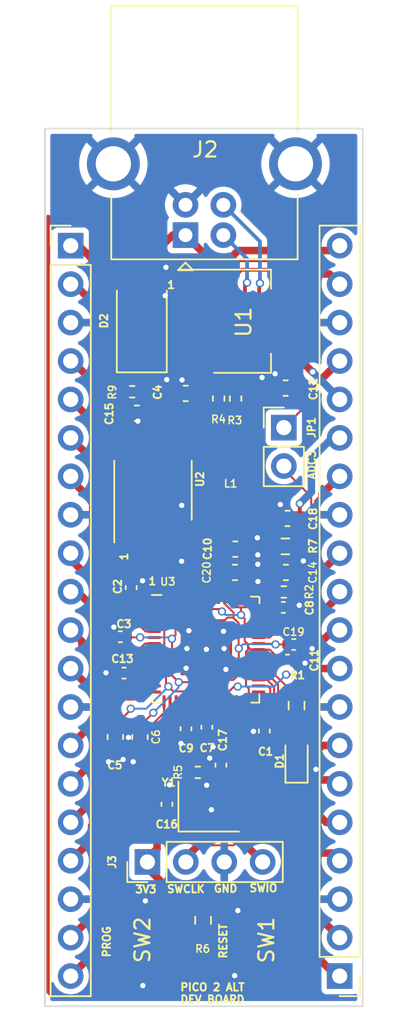
<source format=kicad_pcb>
(kicad_pcb (version 20211014) (generator pcbnew)
  (layers (0 "F.Cu" signal) (31 "B.Cu" signal) (34 "B.Paste" user) (35 "F.Paste" user) (36 "B.SilkS" user "B.Silkscreen") (37 "F.SilkS" user "F.Silkscreen") (38 "B.Mask" user) (39 "F.Mask" user) (44 "Edge.Cuts" user))
  (net 0 "")
  (net 1 "+3.3V")
  (net 2 "GND")
  (net 3 "+1V1")
  (net 4 "+5V")
  (net 5 "Net-(C16-Pad2)")
  (net 6 "Net-(C17-Pad2)")
  (net 7 "ADCVREF")
  (net 8 "VBUS")
  (net 9 "GPIO0")
  (net 10 "GPIO1")
  (net 11 "GPIO2")
  (net 12 "GPIO3")
  (net 13 "GPIO4")
  (net 14 "GPIO5")
  (net 15 "GPIO6")
  (net 16 "GPIO7")
  (net 17 "GPIO8")
  (net 18 "GPIO9")
  (net 19 "GPIO10")
  (net 20 "GPIO11")
  (net 21 "GPIO12")
  (net 22 "GPIO13")
  (net 23 "GPIO14")
  (net 24 "GPIO15")
  (net 25 "GPIO16")
  (net 26 "GPIO17")
  (net 27 "GPIO18")
  (net 28 "GPIO19")
  (net 29 "GPIO20")
  (net 30 "GPIO21")
  (net 31 "GPIO22")
  (net 32 "RUN")
  (net 33 "GPIO26")
  (net 34 "GPIO27")
  (net 35 "GPIO28")
  (net 36 "GPIO29")
  (net 37 "USBP")
  (net 38 "USBM")
  (net 39 "Net-(R5-Pad2)")
  (net 40 "QSPISS")
  (net 41 "QSPISD1")
  (net 42 "QSPISD2")
  (net 43 "QSPISD0")
  (net 44 "QSPICLK")
  (net 45 "QSPISD3")
  (net 46 "GPIO25")
  (net 47 "Net-(J3-Pad2)")
  (net 48 "Net-(J3-Pad4)")
  (net 49 "Net-(J5-Pad17)")
  (net 50 "Net-(D1-Pad2)")
  (net 51 "Net-(J2-Pad2)")
  (net 52 "Net-(J2-Pad3)")
  (net 53 "Net-(R9-Pad1)")
  (net 54 "Net-(C14-Pad1)")
  (net 55 "Net-(L1-Pad1)")
  (net 56 "GPIO23")
  (net 57 "GPIO24")
  (footprint "Crystal:Crystal_SMD_3225-4Pin_3.2x2.5mm" (layer "F.Cu") (at 148.82 115.8)
    (fp_text reference "Y1")
    (fp_text value "12 MHz")
  )
  (footprint "Capacitor_SMD:C_0402_1005Metric" (layer "F.Cu") (at 143.23 106.98 180)
    (fp_text reference "C13")
    (fp_text value "100 nF")
  )
  (footprint "Connector_USB:USB_B_OST_USB-B1HSxx_Horizontal" (layer "F.Cu") (at 147.29 78.04 90)
    (fp_text reference "J2")
    (fp_text value "USB_B")
  )
  (footprint "Resistor_SMD:R_0402_1005Metric" (layer "F.Cu") (at 143.764 88.392 180)
    (fp_text reference "R9")
    (fp_text value "1k")
  )
  (footprint "Capacitor_SMD:C_0603_1608Metric" (layer "F.Cu") (at 153.91 88.15 180)
    (fp_text reference "C12")
    (fp_text value "4.7 uF")
  )
  (footprint "Resistor_SMD:R_0603_1608Metric_Pad0.98x0.95mm_HandSolder" (layer "F.Cu") (at 154.63 109.13 90)
    (fp_text reference "R1")
    (fp_text value "1k")
  )
  (footprint "Resistor_SMD:R_0402_1005Metric" (layer "F.Cu") (at 150.6 88.84 -90)
    (fp_text reference "R3")
    (fp_text value "22R")
  )
  (footprint "Capacitor_SMD:C_0402_1005Metric" (layer "F.Cu") (at 152.5 110.81 -90)
    (fp_text reference "C1")
    (fp_text value "100 nF")
  )
  (footprint "Capacitor_SMD:C_0603_1608Metric" (layer "F.Cu") (at 150.58 98.79)
    (fp_text reference "C10")
    (fp_text value "4.7 uF")
  )
  (footprint "PicoAlt:QFN-60-1EP_7x7mm_P0.4mm_EP3.2x3.2mm" (layer "F.Cu") (at 148.67 105.43)
    (fp_text reference "U3")
    (fp_text value "RP2350")
  )
  (footprint "Resistor_SMD:R_0603_1608Metric" (layer "F.Cu") (at 148.45 123.315 -90)
    (fp_text reference "R6")
    (fp_text value "10k")
  )
  (footprint "Package_TO_SOT_SMD:SOT-223-3_TabPin2" (layer "F.Cu") (at 151.03 83.73)
    (fp_text reference "U1")
    (fp_text value "AMS1117-3.3")
  )
  (footprint "Connector_PinHeader_2.54mm:PinHeader_1x04_P2.54mm_Vertical" (layer "F.Cu") (at 144.77 119.46 90)
    (fp_text reference "J3")
    (fp_text value "Conn_01x04")
  )
  (footprint "Capacitor_SMD:C_0603_1608Metric" (layer "F.Cu") (at 147.3 88.5 180)
    (fp_text reference "C4")
    (fp_text value "4.7 uF")
  )
  (footprint "Capacitor_SMD:C_0402_1005Metric" (layer "F.Cu") (at 154.45 105.09)
    (fp_text reference "C19")
    (fp_text value "100 nF")
  )
  (footprint "PicoAlt:Inductor_SMD_3x3mm" (layer "F.Cu") (at 150.2 96.37)
    (fp_text reference "L1")
    (fp_text value "3.3 uH")
  )
  (footprint "Diode_SMD:D_SMA" (layer "F.Cu") (at 144.4 83.71 90)
    (fp_text reference "D2")
    (fp_text value "SS14")
  )
  (footprint "Resistor_SMD:R_0603_1608Metric_Pad0.98x0.95mm_HandSolder" (layer "F.Cu") (at 153.89 98.61 180)
    (fp_text reference "R7")
    (fp_text value "200R")
  )
  (footprint "Resistor_SMD:R_0402_1005Metric" (layer "F.Cu") (at 148.1 113.54 180)
    (fp_text reference "R5")
    (fp_text value "1k")
  )
  (footprint "PicoAlt:K2-1808UN" (layer "F.Cu") (at 152.64 124.82 90)
    (fp_text reference "SW1")
    (fp_text value "SW_Push")
  )
  (footprint "LED_SMD:LED_0603_1608Metric_Pad1.05x0.95mm_HandSolder" (layer "F.Cu") (at 154.63 112.56 90)
    (fp_text reference "D1")
    (fp_text value "LED")
  )
  (footprint "Capacitor_SMD:C_0402_1005Metric" (layer "F.Cu") (at 153.76 102.64)
    (fp_text reference "C8")
    (fp_text value "100 nF")
  )
  (footprint "Capacitor_SMD:C_0603_1608Metric" (layer "F.Cu") (at 153.924 100.33)
    (fp_text reference "C14")
    (fp_text value "4.7 uF")
  )
  (footprint "Capacitor_SMD:C_0603_1608Metric" (layer "F.Cu") (at 144.08 89.81)
    (fp_text reference "C15")
    (fp_text value "4.7 uF")
  )
  (footprint "Capacitor_SMD:C_0603_1608Metric" (layer "F.Cu") (at 154.03 96.76 180)
    (fp_text reference "C18")
    (fp_text value "4.7 uF")
  )
  (footprint "Connector_PinHeader_2.54mm:PinHeader_1x02_P2.54mm_Vertical" (layer "F.Cu") (at 153.79 90.76)
    (fp_text reference "JP1")
    (fp_text value "ADC3")
  )
  (footprint "PicoAlt:SOIC-8_3.9x4.9mm_P1.27mm_mod" (layer "F.Cu") (at 145.14 94.9 90)
    (fp_text reference "U2")
    (fp_text value "W25Q128JVSIQ")
  )
  (footprint "Connector_PinHeader_2.54mm:PinHeader_1x20_P2.54mm_Vertical" (layer "F.Cu") (at 157.48 127 180)
    (fp_text reference "J5" hide)
    (fp_text value "Conn_01x20")
  )
  (footprint "Resistor_SMD:R_0402_1005Metric" (layer "F.Cu") (at 149.48 88.84 90)
    (fp_text reference "R4")
    (fp_text value "22R")
  )
  (footprint "Capacitor_SMD:C_0402_1005Metric" (layer "F.Cu") (at 146.06 115.65 -90)
    (fp_text reference "C16")
    (fp_text value "22 pF")
  )
  (footprint "Capacitor_SMD:C_0402_1005Metric" (layer "F.Cu") (at 143.7 101.33 90)
    (fp_text reference "C2")
    (fp_text value "100 nF")
  )
  (footprint "PicoAlt:K2-1808UN" (layer "F.Cu") (at 144.45 124.81 90)
    (fp_text reference "SW2")
    (fp_text value "SW_Push")
  )
  (footprint "Resistor_SMD:R_0402_1005Metric" (layer "F.Cu") (at 153.79 101.62 180)
    (fp_text reference "R2")
    (fp_text value "33R")
  )
  (footprint "Capacitor_SMD:C_0402_1005Metric" (layer "F.Cu") (at 142.98 104.58 180)
    (fp_text reference "C3")
    (fp_text value "100 nF")
  )
  (footprint "Capacitor_SMD:C_0402_1005Metric" (layer "F.Cu") (at 147.32 110.66 -90)
    (fp_text reference "C9")
    (fp_text value "100 nF")
  )
  (footprint "Capacitor_SMD:C_0603_1608Metric" (layer "F.Cu") (at 142.65 111.2 -90)
    (fp_text reference "C5")
    (fp_text value "4.7 uF")
  )
  (footprint "Capacitor_SMD:C_0402_1005Metric" (layer "F.Cu") (at 154.03 106.12)
    (fp_text reference "C11")
    (fp_text value "100 nF")
  )
  (footprint "Capacitor_SMD:C_0402_1005Metric" (layer "F.Cu") (at 149.63 113.06 -90)
    (fp_text reference "C17")
    (fp_text value "22 pF")
  )
  (footprint "Capacitor_SMD:C_0603_1608Metric" (layer "F.Cu") (at 150.56 100.33)
    (fp_text reference "C20")
    (fp_text value "4.7 uF")
  )
  (footprint "Capacitor_SMD:C_0603_1608Metric" (layer "F.Cu") (at 144.28 111.21 -90)
    (fp_text reference "C6")
    (fp_text value "4.7 uF")
  )
  (footprint "Capacitor_SMD:C_0402_1005Metric" (layer "F.Cu") (at 148.7 110.56 -90)
    (fp_text reference "C7")
    (fp_text value "100 nF")
  )
  (footprint "Connector_PinHeader_2.54mm:PinHeader_1x20_P2.54mm_Vertical" (layer "F.Cu") (at 139.7 78.74)
    (fp_text reference "J4" hide)
    (fp_text value "Conn_01x20")
  )
  (gr_line (start 138 129) (end 138 71) (layer "Edge.Cuts") (width 0.1))
  (gr_line (start 159 129) (end 138 129) (layer "Edge.Cuts") (width 0.1))
  (gr_line (start 138 71) (end 159 71) (layer "Edge.Cuts") (width 0.1))
  (gr_line (start 159 71) (end 159 129) (layer "Edge.Cuts") (width 0.1))
  (gr_text "GND" (at 149.94 121.22) (layer "F.SilkS") (effects (font (size 0.5 0.5) (thickness 0.125))))
  (gr_text "SWIO" (at 152.44 121.19) (layer "F.SilkS") (effects (font (size 0.5 0.5) (thickness 0.125))))
  (gr_text "1" (at 143.23 99.28 90) (layer "F.SilkS") (effects (font (size 0.5 0.5) (thickness 0.125))))
  (gr_text "1" (at 145.1 100.91) (layer "F.SilkS") (effects (font (size 0.5 0.5) (thickness 0.125))))
  (gr_text "3V3" (at 144.67 121.27) (layer "F.SilkS") (effects (font (size 0.5 0.5) (thickness 0.125))))
  (gr_text "RESET" (at 149.78 124.69 90) (layer "F.SilkS") (effects (font (size 0.5 0.5) (thickness 0.125))))
  (gr_text "PROG" (at 142.08 124.73 90) (layer "F.SilkS") (effects (font (size 0.5 0.5) (thickness 0.125))))
  (gr_text "SWCLK" (at 147.31 121.25) (layer "F.SilkS") (effects (font (size 0.5 0.5) (thickness 0.125))))
  (gr_text "1" (at 146.34 81.33) (layer "F.SilkS") (effects (font (size 0.5 0.5) (thickness 0.125))))
  (gr_text "PICO 2 ALT\nDEV BOARD\n" (at 149.07 128.14) (layer "F.SilkS") (effects (font (size 0.5 0.5) (thickness 0.125))))
  (gr_text "ADC3" (at 155.64 93.21 90) (layer "F.SilkS") (effects (font (size 0.5 0.5) (thickness 0.125))))
  (segment (start 151.29 105.562965) (end 151.29 107.82) (width 0.13) (layer "F.Cu") (net 1))
  (segment (start 144.52 102.63) (end 145.22 102.63) (width 0.13) (layer "F.Cu") (net 1))
  (segment (start 143.305 89.81) (end 144.055 89.06) (width 0.25) (layer "F.Cu") (net 1))
  (segment (start 152.92 89.11) (end 153.41 89.11) (width 0.13) (layer "F.Cu") (net 1))
  (segment (start 144.56 106.63) (end 144.21 106.98) (width 0.13) (layer "F.Cu") (net 1))
  (segment (start 145.22 106.63) (end 144.56 106.63) (width 0.13) (layer "F.Cu") (net 1))
  (segment (start 148.89 87.59) (end 149.37 87.11) (width 0.25) (layer "F.Cu") (net 1))
  (segment (start 151.29 107.82) (end 151.47 108) (width 0.13) (layer "F.Cu") (net 1))
  (segment (start 146.26 111.06) (end 147.14 110.18) (width 0.25) (layer "F.Cu") (net 1))
  (segment (start 143.3 92.06) (end 143.235 92.125) (width 0.25) (layer "F.Cu") (net 1))
  (segment (start 146 107.71) (end 146.16 107.87) (width 0.13) (layer "F.Cu") (net 1))
  (segment (start 144.77 119.85) (end 147.41 122.49) (width 0.5) (layer "F.Cu") (net 1))
  (segment (start 144.21 106.98) (end 143.71 106.98) (width 0.13) (layer "F.Cu") (net 1))
  (segment (start 146.04 102.63) (end 146.16 102.75) (width 0.13) (layer "F.Cu") (net 1))
  (segment (start 146.26 112.82) (end 146.26 111.06) (width 0.25) (layer "F.Cu") (net 1))
  (segment (start 145.94 106.63) (end 145.97 106.6) (width 0.13) (layer "F.Cu") (net 1))
  (segment (start 150.23 82.68) (end 150.23 81.08) (width 0.25) (layer "F.Cu") (net 1))
  (segment (start 148.33 89.39) (end 148.338823 89.39) (width 0.25) (layer "F.Cu") (net 1))
  (segment (start 143.3 89.815) (end 143.3 92.06) (width 0.25) (layer "F.Cu") (net 1))
  (segment (start 143.7 101.81) (end 144.52 102.63) (width 0.13) (layer "F.Cu") (net 1))
  (segment (start 143.67 109.33) (end 143.67 109.405) (width 0.13) (layer "F.Cu") (net 1))
  (segment (start 145.89 106.52) (end 145.97 106.6) (width 0.13) (layer "F.Cu") (net 1))
  (segment (start 148.89 88.838823) (end 148.89 87.59) (width 0.25) (layer "F.Cu") (net 1))
  (segment (start 151.42 105.432965) (end 151.29 105.562965) (width 0.13) (layer "F.Cu") (net 1))
  (segment (start 147.88 83.73) (end 149.18 83.73) (width 0.25) (layer "F.Cu") (net 1))
  (segment (start 152.9 80.33) (end 154.18 81.61) (width 0.25) (layer "F.Cu") (net 1))
  (segment (start 154.03 87.495) (end 154.03 83.88) (width 0.25) (layer "F.Cu") (net 1))
  (segment (start 146.48 108.19) (end 147.34 108.19) (width 0.13) (layer "F.Cu") (net 1))
  (segment (start 152.42 97.727035) (end 152.42 89.61) (width 0.13) (layer "F.Cu") (net 1))
  (segment (start 148.26 89.46) (end 148.33 89.39) (width 0.25) (layer "F.Cu") (net 1))
  (segment (start 145.41 118.59) (end 145.41 117.46) (width 0.5) (layer "F.Cu") (net 1))
  (segment (start 152.12 105.43) (end 151.61 105.43) (width 0.13) (layer "F.Cu") (net 1))
  (segment (start 150.480661 102.63) (end 150.27 102.419339) (width 0.13) (layer "F.Cu") (net 1))
  (segment (start 145.38 115.52) (end 145.38 113.7) (width 0.25) (layer "F.Cu") (net 1))
  (segment (start 147.47 108.32) (end 147.47 108.88) (width 0.13) (layer "F.Cu") (net 1))
  (segment (start 148.338823 89.39) (end 148.89 88.838823) (width 0.25) (layer "F.Cu") (net 1))
  (segment (start 154.685 88.15) (end 154.03 87.495) (width 0.25) (layer "F.Cu") (net 1))
  (segment (start 150.98 80.33) (end 152.9 80.33) (width 0.25) (layer "F.Cu") (net 1))
  (segment (start 151.42 105.24) (end 151.42 105.07) (width 0.13) (layer "F.Cu") (net 1))
  (segment (start 150.09 101.17) (end 150.09 100.635) (width 0.13) (layer "F.Cu") (net 1))
  (segment (start 148.27 102.75) (end 149.54 102.75) (width 0.13) (layer "F.Cu") (net 1))
  (segment (start 154.37 88.15) (end 154.685 88.15) (width 0.13) (layer "F.Cu") (net 1))
  (segment (start 151.47 108.88) (end 151.47 109.3) (width 0.13) (layer "F.Cu") (net 1))
  (segment (start 155.67 87.08) (end 154.18 85.59) (width 0.5) (layer "F.Cu") (net 1))
  (segment (start 154.18 81.61) (end 154.18 83.73) (width 0.25) (layer "F.Cu") (net 1))
  (segment (start 154.18 85.59) (end 154.18 83.73) (width 0.5) (layer "F.Cu") (net 1))
  (segment (start 147.47 108.88) (end 147.47 110.03) (width 0.13) (layer "F.Cu") (net 1))
  (segment (start 149.18 83.73) (end 150.23 82.68) (width 0.25) (layer "F.Cu") (net 1))
  (segment (start 147.88 83.88) (end 147.88 83.73) (width 0.25) (layer "F.Cu") (net 1))
  (segment (start 145.22 102.63) (end 146.04 102.63) (width 0.13) (layer "F.Cu") (net 1))
  (segment (start 153.794 99.4265) (end 153.794 101.114) (width 0.13) (layer "F.Cu") (net 1))
  (segment (start 144.77 119.46) (end 144.77 119.23) (width 0.5) (layer "F.Cu") (net 1))
  (segment (start 148.67 101.98) (end 148.27 101.98) (width 0.13) (layer "F.Cu") (net 1))
  (segment (start 148.27 101.98) (end 148.27 102.75) (width 0.13) (layer "F.Cu") (net 1))
  (segment (start 151.42 105.07) (end 151.42 105.432965) (width 0.13) (layer "F.Cu") (net 1))
  (segment (start 147.14 110.18) (end 147.32 110.18) (width 0.25) (layer "F.Cu") (net 1))
  (segment (start 151.2 104.85) (end 151.2 103.38) (width 0.13) (layer "F.Cu") (net 1))
  (segment (start 153.27 102.63) (end 153.28 102.64) (width 0.13) (layer "F.Cu") (net 1))
  (segment (start 145.89 103.02) (end 145.89 106.52) (width 0.13) (layer "F.Cu") (net 1))
  (segment (start 152.12 102.63) (end 150.88 102.63) (width 0.13) (layer "F.Cu") (net 1))
  (segment (start 152.86 105.43) (end 153.55 106.12) (width 0.13) (layer "F.Cu") (net 1))
  (segment (start 155.7 87.08) (end 155.67 87.08) (width 0.5) (layer "F.Cu") (net 1))
  (segment (start 150.27 101.98) (end 150.27 101.35) (width 0.13) (layer "F.Cu") (net 1))
  (segment (start 152.9775 98.61) (end 152.53 98.1625) (width 0.13) (layer "F.Cu") (net 1))
  (segment (start 153.41 89.11) (end 154.37 88.15) (width 0.13) (layer "F.Cu") (net 1))
  (segment (start 150.27 101.35) (end 150.09 101.17) (width 0.13) (layer "F.Cu") (net 1))
  (segment (start 143.67 109.405) (end 142.65 110.425) (width 0.13) (layer "F.Cu") (net 1))
  (segment (start 146.16 102.75) (end 148.27 102.75) (width 0.13) (layer "F.Cu") (net 1))
  (segment (start 152.53 97.837035) (end 152.42 97.727035) (width 0.13) (layer "F.Cu") (net 1))
  (segment (start 145.22 106.63) (end 145.94 106.63) (width 0.13) (layer "F.Cu") (net 1))
  (segment (start 152.53 98.1625) (end 152.53 97.837035) (width 0.13) (layer "F.Cu") (net 1))
  (segment (start 145.658823 89.46) (end 148.26 89.46) (width 0.25) (layer "F.Cu") (net 1))
  (segment (start 147.34 108.19) (end 147.47 108.32) (width 0.13) (layer "F.Cu") (net 1))
  (segment (start 152.42 89.61) (end 152.92 89.11) (width 0.13) (layer "F.Cu") (net 1))
  (segment (start 150.27 102.419339) (end 150.27 101.98) (width 0.13) (layer "F.Cu") (net 1))
  (segment (start 144.77 119.46) (end 144.77 119.85) (width 0.5) (layer "F.Cu") (net 1))
  (segment (start 144.77 119.23) (end 145.41 118.59) (width 0.5) (layer "F.Cu") (net 1))
  (segment (start 146 106.73) (end 145.97 106.7) (width 0.13) (layer "F.Cu") (net 1))
  (segment (start 150.23 81.08) (end 150.98 80.33) (width 0.25) (layer "F.Cu") (net 1))
  (segment (start 145.38 113.7) (end 146.26 112.82) (width 0.25) (layer "F.Cu") (net 1))
  (segment (start 150.96 103.14) (end 150.96 102.71) (width 0.13) (layer "F.Cu") (net 1))
  (segment (start 143.305 89.81) (end 143.3 89.815) (width 0.25) (layer "F.Cu") (net 1))
  (segment (start 147.47 110.03) (end 147.32 110.18) (width 0.13) (layer "F.Cu") (net 1))
  (segment (start 150.88 102.63) (end 150.480661 102.63) (width 0.13) (layer "F.Cu") (net 1))
  (segment (start 150.96 102.71) (end 150.88 102.63) (width 0.13) (layer "F.Cu") (net 1))
  (segment (start 146.16 102.75) (end 145.89 103.02) (width 0.13) (layer "F.Cu") (net 1))
  (segment (start 154.3 101.62) (end 153.28 102.64) (width 0.13) (layer "F.Cu") (net 1))
  (segment (start 147.41 122.49) (end 148.45 122.49) (width 0.5) (layer "F.Cu") (net 1))
  (segment (start 145.41 117.46) (end 145.41 115.55) (width 0.25) (layer "F.Cu") (net 1))
  (segment (start 145.258823 89.06) (end 145.658823 89.46) (width 0.25) (layer "F.Cu") (net 1))
  (segment (start 150.96 103.14) (end 151.2 103.38) (width 0.13) (layer "F.Cu") (net 1))
  (segment (start 150.09 100.635) (end 149.785 100.33) (width 0.13) (layer "F.Cu") (net 1))
  (segment (start 149.37 87.11) (end 149.37 85.37) (width 0.25) (layer "F.Cu") (net 1))
  (segment (start 151.47 109.3) (end 152.5 110.33) (width 0.13) (layer "F.Cu") (net 1))
  (segment (start 146.16 107.87) (end 146.48 108.19) (width 0.13) (layer "F.Cu") (net 1))
  (segment (start 151.47 108) (end 151.47 108.88) (width 0.13) (layer "F.Cu") (net 1))
  (segment (start 145.97 106.7) (end 145.97 106.6) (width 0.13) (layer "F.Cu") (net 1))
  (segment (start 149.37 85.37) (end 147.88 83.88) (width 0.25) (layer "F.Cu") (net 1))
  (segment (start 153.794 101.114) (end 154.3 101.62) (width 0.13) (layer "F.Cu") (net 1))
  (segment (start 154.03 83.88) (end 154.18 83.73) (width 0.25) (layer "F.Cu") (net 1))
  (segment (start 152.12 105.43) (end 152.86 105.43) (width 0.13) (layer "F.Cu") (net 1))
  (segment (start 149.54 102.75) (end 149.7 102.91) (width 0.13) (layer "F.Cu") (net 1))
  (segment (start 151.61 105.43) (end 151.42 105.24) (width 0.13) (layer "F.Cu") (net 1))
  (segment (start 144.055 89.06) (end 145.258823 89.06) (width 0.25) (layer "F.Cu") (net 1))
  (segment (start 151.42 105.07) (end 151.2 104.85) (width 0.13) (layer "F.Cu") (net 1))
  (segment (start 145.41 115.55) (end 145.38 115.52) (width 0.25) (layer "F.Cu") (net 1))
  (segment (start 152.12 102.63) (end 153.27 102.63) (width 0.13) (layer "F.Cu") (net 1))
  (segment (start 152.9775 98.61) (end 153.794 99.4265) (width 0.13) (layer "F.Cu") (net 1))
  (segment (start 146 106.73) (end 146 107.71) (width 0.13) (layer "F.Cu") (net 1))
  (via (at 143.67 109.33) (size 0.55) (drill 0.35) (layers "F.Cu" "B.Cu") (net 1))
  (via (at 146.16 107.87) (size 0.55) (drill 0.35) (layers "F.Cu" "B.Cu") (net 1))
  (via (at 149.7 102.91) (size 0.55) (drill 0.35) (layers "F.Cu" "B.Cu") (net 1))
  (via (at 155.7 87.08) (size 0.55) (drill 0.35) (layers "F.Cu" "B.Cu") (net 1))
  (via (at 150.96 103.14) (size 0.55) (drill 0.35) (layers "F.Cu" "B.Cu") (net 1))
  (segment (start 149.93 103.14) (end 150.96 103.14) (width 0.13) (layer "B.Cu") (net 1))
  (segment (start 149.7 102.91) (end 149.93 103.14) (width 0.13) (layer "B.Cu") (net 1))
  (segment (start 157.48 88.9) (end 157.48 88.86) (width 0.5) (layer "B.Cu") (net 1))
  (segment (start 157.48 88.86) (end 155.7 87.08) (width 0.5) (layer "B.Cu") (net 1))
  (segment (start 143.67 109.33) (end 144.7 109.33) (width 0.13) (layer "B.Cu") (net 1))
  (segment (start 144.7 109.33) (end 146.16 107.87) (width 0.13) (layer "B.Cu") (net 1))
  (segment (start 145.27 122.66) (end 144.64 122.03) (width 0.13) (layer "F.Cu") (net 2))
  (segment (start 148.7 111.45) (end 148.7 111.04) (width 0.13) (layer "F.Cu") (net 2))
  (segment (start 145.14 126.96) (end 144.47 127.63) (width 0.13) (layer "F.Cu") (net 2))
  (segment (start 152.5 111.29) (end 152.24 111.29) (width 0.13) (layer "F.Cu") (net 2))
  (segment (start 149.79 105.41) (end 149.84 105.36) (width 0.13) (layer "F.Cu") (net 2))
  (segment (start 149.96 106.7) (end 149.96 106.74) (width 0.13) (layer "F.Cu") (net 2))
  (segment (start 149.92 116.65) (end 149.64 116.65) (width 0.13) (layer "F.Cu") (net 2))
  (segment (start 153.05 88.15) (end 152.35 87.45) (width 0.25) (layer "F.Cu") (net 2))
  (segment (start 153.56 95.84) (end 153.255 96.145) (width 0.25) (layer "F.Cu") (net 2))
  (segment (start 151.53 100.33) (end 152.07 99.79) (width 0.25) (layer "F.Cu") (net 2))
  (segment (start 151.69 98.79) (end 152.07 99.17) (width 0.25) (layer "F.Cu") (net 2))
  (segment (start 146.23 114.36) (end 146.06 114.53) (width 0.25) (layer "F.Cu") (net 2))
  (segment (start 146.56 81.43) (end 147.88 81.43) (width 0.25) (layer "F.Cu") (net 2))
  (segment (start 149.63 112.58) (end 148.91 112.58) (width 0.13) (layer "F.Cu") (net 2))
  (segment (start 145.525 126.96) (end 145.14 126.96) (width 0.13) (layer "F.Cu") (net 2))
  (segment (start 144.28 111.985) (end 144.275 111.985) (width 0.13) (layer "F.Cu") (net 2))
  (segment (start 151.335 100.33) (end 151.53 100.33) (width 0.25) (layer "F.Cu") (net 2))
  (segment (start 153.135 88.15) (end 153.05 88.15) (width 0.25) (layer "F.Cu") (net 2))
  (segment (start 147.72 114.95) (end 148.13 114.95) (width 0.13) (layer "F.Cu") (net 2))
  (segment (start 144.28 111.985) (end 144.28 112.39) (width 0.13) (layer "F.Cu") (net 2))
  (segment (start 142.65 112.39) (end 142.65 111.975) (width 0.13) (layer "F.Cu") (net 2))
  (segment (start 154.24 102.64) (end 154.67 102.64) (width 0.13) (layer "F.Cu") (net 2))
  (segment (start 151.48 100.33) (end 152.08 100.93) (width 0.25) (layer "F.Cu") (net 2))
  (segment (start 146.06 114.53) (end 146.06 115.17) (width 0.25) (layer "F.Cu") (net 2))
  (segment (start 142.55 104.53) (end 142.55 103.94) (width 0.13) (layer "F.Cu") (net 2))
  (segment (start 147.51 104.18) (end 147.51 104.25) (width 0.13) (layer "F.Cu") (net 2))
  (segment (start 148.13 114.95) (end 148.69 114.39) (width 0.13) (layer "F.Cu") (net 2))
  (segment (start 146.62 80.17) (end 147.88 81.43) (width 0.25) (layer "F.Cu") (net 2))
  (segment (start 146 80.17) (end 146.62 80.17) (width 0.25) (layer "F.Cu") (net 2))
  (segment (start 142.73 106.96) (end 142.75 106.98) (width 0.13) (layer "F.Cu") (net 2))
  (segment (start 151.07 101.98) (end 151.07 100.595) (width 0.25) (layer "F.Cu") (net 2))
  (segment (start 146.99 111.47) (end 147.32 111.14) (width 0.13) (layer "F.Cu") (net 2))
  (segment (start 155.66 105.36) (end 155.39 105.09) (width 0.13) (layer "F.Cu") (net 2))
  (segment (start 143.17 112.495) (end 142.65 111.975) (width 0.13) (layer "F.Cu") (net 2))
  (segment (start 155.39 105.09) (end 154.93 105.09) (width 0.13) (layer "F.Cu") (net 2))
  (segment (start 147.045 97.675) (end 147.04 97.67) (width 0.13) (layer "F.Cu") (net 2))
  (segment (start 154.699 99.951) (end 155.08 99.57) (width 0.13) (layer "F.Cu") (net 2))
  (segment (start 150.75 122.67) (end 151.565 122.67) (width 0.13) (layer "F.Cu") (net 2))
  (segment (start 151.335 98.81) (end 151.355 98.79) (width 0.25) (layer "F.Cu") (net 2))
  (segment (start 151.335 100.33) (end 151.48 100.33) (width 0.25) (layer "F.Cu") (net 2))
  (segment (start 153.105 88.18) (end 153.135 88.15) (width 0.25) (layer "F.Cu") (net 2))
  (segment (start 148.67 105.41) (end 149.96 106.7) (width 0.13) (layer "F.Cu") (net 2))
  (segment (start 153.255 96.145) (end 153.255 96.76) (width 0.25) (layer "F.Cu") (net 2))
  (segment (start 146.525 88.5) (end 146.525 88.065) (width 0.13) (layer "F.Cu") (net 2))
  (segment (start 146.525 88.145) (end 147.06 87.61) (width 0.13) (layer "F.Cu") (net 2))
  (segment (start 144.45 100.88) (end 144.42 100.85) (width 0.13) (layer "F.Cu") (net 2))
  (segment (start 148.91 112.58) (end 148.89 112.6) (width 0.13) (layer "F.Cu") (net 2))
  (segment (start 151.355 98.725) (end 151.355 98.79) (width 0.25) (layer "F.Cu") (net 2))
  (segment (start 151.335 100.33) (end 151.335 98.81) (width 0.25) (layer "F.Cu") (net 2))
  (segment (start 148.67 105.41) (end 149.79 105.41) (width 0.13) (layer "F.Cu") (net 2))
  (segment (start 148.62 105.36) (end 147.38 105.36) (width 0.13) (layer "F.Cu") (net 2))
  (segment (start 151.07 100.595) (end 151.335 100.33) (width 0.25) (layer "F.Cu") (net 2))
  (segment (start 146.525 88.065) (end 146.05 87.59) (width 0.13) (layer "F.Cu") (net 2))
  (segment (start 154.67 102.64) (end 154.81 102.5) (width 0.13) (layer "F.Cu") (net 2))
  (segment (start 153.135 87.275) (end 153.21 87.2) (width 0.25) (layer "F.Cu") (net 2))
  (segment (start 154.51 106.12) (end 154.99 106.12) (width 0.13) (layer "F.Cu") (net 2))
  (segment (start 154.99 106.12) (end 155.19 106.32) (width 0.13) (layer "F.Cu") (net 2))
  (segment (start 149.11 111.86) (end 148.7 111.45) (width 0.13) (layer "F.Cu") (net 2))
  (segment (start 147.045 99.575) (end 147.03 99.59) (width 0.13) (layer "F.Cu") (net 2))
  (segment (start 145.95 82.04) (end 146.56 81.43) (width 0.25) (layer "F.Cu") (net 2))
  (segment (start 155.91 113.34) (end 154.725 113.34) (width 0.13) (layer "F.Cu") (net 2))
  (segment (start 151.355 98.79) (end 151.69 98.79) (width 0.25) (layer "F.Cu") (net 2))
  (segment (start 146.525 88.5) (end 146.525 88.145) (width 0.13) (layer "F.Cu") (net 2))
  (segment (start 149.64 116.65) (end 149 116.01) (width 0.13) (layer "F.Cu") (net 2))
  (segment (start 150.54 126.97) (end 151.565 126.97) (width 0.13) (layer "F.Cu") (net 2))
  (segment (start 148.67 105.41) (end 148.67 105.35) (width 0.13) (layer "F.Cu") (net 2))
  (segment (start 154.699 100.33) (end 154.699 99.951) (width 0.13) (layer "F.Cu") (net 2))
  (segment (start 144.66 89.81) (end 144.14 90.33) (width 0.25) (layer "F.Cu") (net 2))
  (segment (start 152.04 98.04) (end 151.355 98.725) (width 0.25) (layer "F.Cu") (net 2))
  (segment (start 147.04 97.67) (end 147.04 95.9) (width 0.13) (layer "F.Cu") (net 2))
  (segment (start 144.855 89.81) (end 144.66 89.81) (width 0.25) (layer "F.Cu") (net 2))
  (segment (start 144.42 100.85) (end 143.7 100.85) (width 0.13) (layer "F.Cu") (net 2))
  (segment (start 153.135 88.15) (end 153.135 87.275) (width 0.25) (layer "F.Cu") (net 2))
  (segment (start 152.24 111.29) (end 151.78 110.83) (width 0.13) (layer "F.Cu") (net 2))
  (segment (start 142.5 104.58) (end 142.55 104.53) (width 0.13) (layer "F.Cu") (net 2))
  (segment (start 154.725 113.34) (end 154.63 113.435) (width 0.13) (layer "F.Cu") (net 2))
  (segment (start 142.03 106.96) (end 142.73 106.96) (width 0.13) (layer "F.Cu") (net 2))
  (segment (start 147.51 104.25) (end 148.67 105.41) (width 0.13) (layer "F.Cu") (net 2))
  (segment (start 146.99 111.63) (end 146.99 111.47) (width 0.13) (layer "F.Cu") (net 2))
  (segment (start 148.58 105.41) (end 147.33 106.66) (width 0.13) (layer "F.Cu") (net 2))
  (segment (start 144.275 111.985) (end 143.52 111.23) (width 0.13) (layer "F.Cu") (net 2))
  (segment (start 144.28 112.39) (end 143.83 112.84) (width 0.13) (layer "F.Cu") (net 2))
  (segment (start 147.045 97.675) (end 147.045 99.575) (width 0.13) (layer "F.Cu") (net 2))
  (segment (start 142.2 112.84) (end 142.65 112.39) (width 0.13) (layer "F.Cu") (net 2))
  (segment (start 148.67 105.41) (end 148.58 105.41) (width 0.13) (layer "F.Cu") (net 2))
  (segment (start 143.17 112.69) (end 143.17 112.495) (width 0.13) (layer "F.Cu") (net 2))
  (segment (start 148.67 105.35) (end 149.8 104.22) (width 0.13) (layer "F.Cu") (net 2))
  (segment (start 145.525 122.66) (end 145.27 122.66) (width 0.13) (layer "F.Cu") (net 2))
  (segment (start 148.67 105.41) (end 148.62 105.36) (width 0.13) (layer "F.Cu") (net 2))
  (via (at 152.08 100.93) (size 0.55) (drill 0.35) (layers "F.Cu" "B.Cu") (net 2))
  (via (at 146.23 114.36) (size 0.55) (drill 0.35) (layers "F.Cu" "B.Cu") (net 2))
  (via (at 147.06 87.61) (size 0.55) (drill 0.35) (layers "F.Cu" "B.Cu") (net 2))
  (via (at 147.03 99.59) (size 0.55) (drill 0.35) (layers "F.Cu" "B.Cu") (net 2))
  (via (at 146 80.17) (size 0.55) (drill 0.35) (layers "F.Cu" "B.Cu") (net 2))
  (via (at 152.35 87.45) (size 0.55) (drill 0.35) (layers "F.Cu" "B.Cu") (net 2))
  (via (at 155.91 113.34) (size 0.55) (drill 0.35) (layers "F.Cu" "B.Cu") (net 2))
  (via (at 144.47 127.63) (size 0.55) (drill 0.35) (layers "F.Cu" "B.Cu") (net 2))
  (via (at 155.66 105.36) (size 0.55) (drill 0.35) (layers "F.Cu" "B.Cu") (net 2))
  (via (at 142.03 106.96) (size 0.55) (drill 0.35) (layers "F.Cu" "B.Cu") (net 2))
  (via (at 149.8 104.22) (size 0.55) (drill 0.35) (layers "F.Cu" "B.Cu") (net 2))
  (via (at 151.78 110.83) (size 0.55) (drill 0.35) (layers "F.Cu" "B.Cu") (net 2))
  (via (at 152.04 98.04) (size 0.55) (drill 0.35) (layers "F.Cu" "B.Cu") (net 2))
  (via (at 143.83 112.84) (size 0.55) (drill 0.35) (layers "F.Cu" "B.Cu") (net 2))
  (via (at 155.08 99.57) (size 0.55) (drill 0.35) (layers "F.Cu" "B.Cu") (net 2))
  (via (at 149.84 105.36) (size 0.55) (drill 0.35) (layers "F.Cu" "B.Cu") (net 2))
  (via (at 152.07 99.79) (size 0.55) (drill 0.35) (layers "F.Cu" "B.Cu") (net 2))
  (via (at 149.11 111.86) (size 0.55) (drill 0.35) (layers "F.Cu" "B.Cu") (net 2))
  (via (at 148.67 105.41) (size 0.55) (drill 0.35) (layers "F.Cu" "B.Cu") (net 2))
  (via (at 142.55 103.94) (size 0.55) (drill 0.35) (layers "F.Cu" "B.Cu") (net 2))
  (via (at 154.81 102.5) (size 0.55) (drill 0.35) (layers "F.Cu" "B.Cu") (net 2))
  (via (at 149 116.01) (size 0.55) (drill 0.35) (layers "F.Cu" "B.Cu") (net 2))
  (via (at 152.07 99.17) (size 0.55) (drill 0.35) (layers "F.Cu" "B.Cu") (net 2))
  (via (at 148.89 112.6) (size 0.55) (drill 0.35) (layers "F.Cu" "B.Cu") (net 2))
  (via (at 155.19 106.32) (size 0.55) (drill 0.35) (layers "F.Cu" "B.Cu") (net 2))
  (via (at 153.21 87.2) (size 0.55) (drill 0.35) (layers "F.Cu" "B.Cu") (net 2))
  (via (at 142.2 112.84) (size 0.55) (drill 0.35) (layers "F.Cu" "B.Cu") (net 2))
  (via (at 145.95 82.04) (size 0.55) (drill 0.35) (layers "F.Cu" "B.Cu") (net 2))
  (via (at 150.54 126.97) (size 0.55) (drill 0.35) (layers "F.Cu" "B.Cu") (net 2))
  (via (at 146.05 87.59) (size 0.55) (drill 0.35) (layers "F.Cu" "B.Cu") (net 2))
  (via (at 150.75 122.67) (size 0.55) (drill 0.35) (layers "F.Cu" "B.Cu") (net 2))
  (via (at 144.14 90.33) (size 0.55) (drill 0.35) (layers "F.Cu" "B.Cu") (net 2))
  (via (at 144.45 100.88) (size 0.55) (drill 0.35) (layers "F.Cu" "B.Cu") (net 2))
  (via (at 147.51 104.18) (size 0.55) (drill 0.35) (layers "F.Cu" "B.Cu") (net 2))
  (via (at 153.56 95.84) (size 0.55) (drill 0.35) (layers "F.Cu" "B.Cu") (net 2))
  (via (at 147.04 95.9) (size 0.55) (drill 0.35) (layers "F.Cu" "B.Cu") (net 2))
  (via (at 143.52 111.23) (size 0.55) (drill 0.35) (layers "F.Cu" "B.Cu") (net 2))
  (via (at 146.99 111.63) (size 0.55) (drill 0.35) (layers "F.Cu" "B.Cu") (net 2))
  (via (at 149.96 106.74) (size 0.55) (drill 0.35) (layers "F.Cu" "B.Cu") (net 2))
  (via (at 143.17 112.69) (size 0.55) (drill 0.35) (layers "F.Cu" "B.Cu") (net 2))
  (via (at 147.38 105.36) (size 0.55) (drill 0.35) (layers "F.Cu" "B.Cu") (net 2))
  (via (at 148.69 114.39) (size 0.55) (drill 0.35) (layers "F.Cu" "B.Cu") (net 2))
  (via (at 147.33 106.66) (size 0.55) (drill 0.35) (layers "F.Cu" "B.Cu") (net 2))
  (via (at 144.64 122.03) (size 0.55) (drill 0.35) (layers "F.Cu" "B.Cu") (net 2))
  (segment (start 149.05 98.035) (end 149.805 98.79) (width 0.25) (layer "F.Cu") (net 3))
  (segment (start 150.81 105.53) (end 150.64 105.36) (width 0.13) (layer "F.Cu") (net 3))
  (segment (start 149.87 102.387035) (end 149.87 101.98) (width 0.13) (layer "F.Cu") (net 3))
  (segment (start 143.51 104.63) (end 143.46 104.58) (width 0.13) (layer "F.Cu") (net 3))
  (segment (start 153.241179 105.088032) (end 153.193147 105.04) (width 0.13) (layer "F.Cu") (net 3))
  (segment (start 144.29 104.62) (end 145.21 104.62) (width 0.13) (layer "F.Cu") (net 3))
  (segment (start 146.39 104.71) (end 146.63 104.47) (width 0.13) (layer "F.Cu") (net 3))
  (segment (start 148.67 108.01) (end 148.67 108.13) (width 0.13) (layer "F.Cu") (net 3))
  (segment (start 147.36 103.49) (end 149.89 103.49) (width 0.13) (layer "F.Cu") (net 3))
  (segment (start 150.47 102.987035) (end 149.87 102.387035) (width 0.13) (layer "F.Cu") (net 3))
  (segment (start 150.64 105.36) (end 150.8 105.2) (width 0.13) (layer "F.Cu") (net 3))
  (segment (start 144.325 110.435) (end 145.16 109.6) (width 0.13) (layer "F.Cu") (net 3))
  (segment (start 149.89 103.49) (end 150.07 103.31) (width 0.13) (layer "F.Cu") (net 3))
  (segment (start 149.25 107.43) (end 150.46 107.43) (width 0.13) (layer "F.Cu") (net 3))
  (segment (start 150.46 107.43) (end 150.81 107.08) (width 0.13) (layer "F.Cu") (net 3))
  (segment (start 145.21 104.62) (end 145.22 104.63) (width 0.13) (layer "F.Cu") (net 3))
  (segment (start 153.243147 105.09) (end 153.241179 105.088032) (width 0.13) (layer "F.Cu") (net 3))
  (segment (start 148.67 107.84) (end 148.67 108.13) (width 0.13) (layer "F.Cu") (net 3))
  (segment (start 144.28 110.435) (end 144.325 110.435) (width 0.13) (layer "F.Cu") (net 3))
  (segment (start 148.67 108.13) (end 148.67 108.88) (width 0.13) (layer "F.Cu") (net 3))
  (segment (start 153.97 105.09) (end 153.243147 105.09) (width 0.13) (layer "F.Cu") (net 3))
  (segment (start 150.47 103.342965) (end 150.47 103.31) (width 0.13) (layer "F.Cu") (net 3))
  (segment (start 146.63 104.47) (end 146.63 103.68) (width 0.13) (layer "F.Cu") (net 3))
  (segment (start 146.39 104.71) (end 146.4 104.72) (width 0.13) (layer "F.Cu") (net 3))
  (segment (start 148.67 108.88) (end 148.67 110.05) (width 0.13) (layer "F.Cu") (net 3))
  (segment (start 146.63 103.68) (end 146.83 103.48) (width 0.13) (layer "F.Cu") (net 3))
  (segment (start 146.4 104.72) (end 146.4 107.14) (width 0.13) (layer "F.Cu") (net 3))
  (segment (start 149.87 101.98) (end 149.87 101.48397) (width 0.13) (layer "F.Cu") (net 3))
  (segment (start 150.07 103.31) (end 150.47 103.31) (width 0.13) (layer "F.Cu") (net 3))
  (segment (start 146.4 107.14) (end 146.84 107.58) (width 0.13) (layer "F.Cu") (net 3))
  (segment (start 153.241179 105.088032) (end 153.213147 105.06) (width 0.13) (layer "F.Cu") (net 3))
  (segment (start 144.29 104.62) (end 143.5 104.62) (width 0.13) (layer "F.Cu") (net 3))
  (segment (start 149.07 99.525) (end 149.805 98.79) (width 0.13) (layer "F.Cu") (net 3))
  (segment (start 149.87 101.48397) (end 149.07 100.68397) (width 0.13) (layer "F.Cu") (net 3))
  (segment (start 150.81 107.08) (end 150.81 105.53) (width 0.13) (layer "F.Cu") (net 3))
  (segment (start 149.05 96.37) (end 149.05 98.035) (width 0.25) (layer "F.Cu") (net 3))
  (segment (start 152.13 105.04) (end 152.12 105.03) (width 0.13) (layer "F.Cu") (net 3))
  (segment (start 147.35 103.48) (end 147.36 103.49) (width 0.13) (layer "F.Cu") (net 3))
  (segment (start 150.64 105.36) (end 150.8 105.36) (width 0.13) (layer "F.Cu") (net 3))
  (segment (start 148.41 107.58) (end 148.67 107.84) (width 0.13) (layer "F.Cu") (net 3))
  (segment (start 149.25 107.43) (end 148.67 108.01) (width 0.13) (layer "F.Cu") (net 3))
  (segment (start 146.83 103.48) (end 147.35 103.48) (width 0.13) (layer "F.Cu") (net 3))
  (segment (start 150.47 103.31) (end 150.47 102.987035) (width 0.13) (layer "F.Cu") (net 3))
  (segment (start 150.8 105.2) (end 150.8 103.672965) (width 0.13) (layer "F.Cu") (net 3))
  (segment (start 150.8 105.36) (end 150.81 105.35) (width 0.13) (layer "F.Cu") (net 3))
  (segment (start 148.67 110.05) (end 148.7 110.08) (width 0.13) (layer "F.Cu") (net 3))
  (segment (start 146.84 107.58) (end 148.41 107.58) (width 0.13) (layer "F.Cu") (net 3))
  (segment (start 153.193147 105.04) (end 152.13 105.04) (width 0.13) (layer "F.Cu") (net 3))
  (segment (start 143.5 104.62) (end 143.46 104.58) (width 0.13) (layer "F.Cu") (net 3))
  (segment (start 150.8 103.672965) (end 150.47 103.342965) (width 0.13) (layer "F.Cu") (net 3))
  (segment (start 149.07 100.68397) (end 149.07 99.525) (width 0.13) (layer "F.Cu") (net 3))
  (via (at 146.39 104.71) (size 0.55) (drill 0.35) (layers "F.Cu" "B.Cu") (net 3))
  (via (at 144.29 104.62) (size 0.55) (drill 0.35) (layers "F.Cu" "B.Cu") (net 3))
  (via (at 145.16 109.6) (size 0.55) (drill 0.35) (layers "F.Cu" "B.Cu") (net 3))
  (via (at 150.81 105.35) (size 0.55) (drill 0.35) (layers "F.Cu" "B.Cu") (net 3))
  (via (at 146.84 107.58) (size 0.55) (drill 0.35) (layers "F.Cu" "B.Cu") (net 3))
  (via (at 153.241179 105.088032) (size 0.55) (drill 0.35) (layers "F.Cu" "B.Cu") (net 3))
  (segment (start 151.14 105.07) (end 153.223147 105.07) (width 0.13) (layer "B.Cu") (net 3))
  (segment (start 146.39 104.71) (end 146.3 104.62) (width 0.13) (layer "B.Cu") (net 3))
  (segment (start 150.81 105.35) (end 151.09 105.07) (width 0.13) (layer "B.Cu") (net 3))
  (segment (start 146.84 107.92) (end 145.16 109.6) (width 0.13) (layer "B.Cu") (net 3))
  (segment (start 146.84 107.58) (end 146.84 107.92) (width 0.13) (layer "B.Cu") (net 3))
  (segment (start 151.09 105.07) (end 151.14 105.07) (width 0.13) (layer "B.Cu") (net 3))
  (segment (start 146.3 104.62) (end 144.29 104.62) (width 0.13) (layer "B.Cu") (net 3))
  (segment (start 153.223147 105.07) (end 153.241179 105.088032) (width 0.13) (layer "B.Cu") (net 3))
  (segment (start 147.88 86.03) (end 144.72 86.03) (width 0.25) (layer "F.Cu") (net 4))
  (segment (start 144.72 86.03) (end 144.4 85.71) (width 0.25) (layer "F.Cu") (net 4))
  (segment (start 154.37 79.7) (end 155.26 80.59) (width 0.25) (layer "F.Cu") (net 4))
  (segment (start 146.72 82.59) (end 149.1 82.59) (width 0.25) (layer "F.Cu") (net 4))
  (segment (start 147.88 88.305) (end 148.075 88.5) (width 0.25) (layer "F.Cu") (net 4))
  (segment (start 147.88 86.03) (end 147.88 88.305) (width 0.25) (layer "F.Cu") (net 4))
  (segment (start 155.26 80.59) (end 155.28 80.61) (width 0.5) (layer "F.Cu") (net 4))
  (segment (start 149.1 82.59) (end 149.46 82.23) (width 0.25) (layer "F.Cu") (net 4))
  (segment (start 149.46 82.23) (end 149.46 81.08) (width 0.25) (layer "F.Cu") (net 4))
  (segment (start 150.844178 79.7) (end 154.37 79.7) (width 0.25) (layer "F.Cu") (net 4))
  (segment (start 149.46 81.08) (end 150.545 79.995) (width 0.25) (layer "F.Cu") (net 4))
  (segment (start 150.545 79.995) (end 150.549178 79.995) (width 0.25) (layer "F.Cu") (net 4))
  (segment (start 145.01 85.71) (end 145.95 84.77) (width 0.25) (layer "F.Cu") (net 4))
  (segment (start 145.95 83.36) (end 146.72 82.59) (width 0.25) (layer "F.Cu") (net 4))
  (segment (start 156.81 80.61) (end 157.48 81.28) (width 0.5) (layer "F.Cu") (net 4))
  (segment (start 144.4 85.71) (end 145.01 85.71) (width 0.25) (layer "F.Cu") (net 4))
  (segment (start 150.549178 79.995) (end 150.844178 79.7) (width 0.25) (layer "F.Cu") (net 4))
  (segment (start 145.95 84.77) (end 145.95 83.36) (width 0.25) (layer "F.Cu") (net 4))
  (segment (start 155.28 80.61) (end 156.81 80.61) (width 0.5) (layer "F.Cu") (net 4))
  (segment (start 146.74 112.68) (end 146.74 116.07) (width 0.13) (layer "F.Cu") (net 5))
  (segment (start 147.87 108.88) (end 147.87 111.55) (width 0.13) (layer "F.Cu") (net 5))
  (segment (start 147.87 111.55) (end 146.74 112.68) (width 0.13) (layer "F.Cu") (net 5))
  (segment (start 146.74 116.07) (end 146.12 116.07) (width 0.13) (layer "F.Cu") (net 5))
  (segment (start 147.32 116.65) (end 147.72 116.65) (width 0.13) (layer "F.Cu") (net 5))
  (segment (start 146.12 116.07) (end 146.06 116.13) (width 0.13) (layer "F.Cu") (net 5))
  (segment (start 146.74 116.07) (end 147.32 116.65) (width 0.13) (layer "F.Cu") (net 5))
  (segment (start 148.61 113.54) (end 149.92 114.85) (width 0.13) (layer "F.Cu") (net 6))
  (segment (start 149.63 113.54) (end 148.61 113.54) (width 0.13) (layer "F.Cu") (net 6))
  (segment (start 149.92 114.85) (end 149.92 114.95) (width 0.13) (layer "F.Cu") (net 6))
  (segment (start 155.035 101.105) (end 155.34 101.41) (width 0.13) (layer "F.Cu") (net 7))
  (segment (start 154.834608 103.31) (end 152.783982 103.31) (width 0.13) (layer "F.Cu") (net 7))
  (segment (start 155.34 102.804608) (end 154.834608 103.31) (width 0.13) (layer "F.Cu") (net 7))
  (segment (start 152.503982 103.03) (end 152.12 103.03) (width 0.13) (layer "F.Cu") (net 7))
  (segment (start 152.783982 103.31) (end 152.503982 103.03) (width 0.13) (layer "F.Cu") (net 7))
  (segment (start 154.805 98.6075) (end 154.805 96.76) (width 0.25) (layer "F.Cu") (net 7))
  (segment (start 154.8025 98.61) (end 154.805 98.6075) (width 0.25) (layer "F.Cu") (net 7))
  (segment (start 154.8025 98.61) (end 154.054 99.3585) (width 0.13) (layer "F.Cu") (net 7))
  (segment (start 154.845 96.72) (end 154.805 96.76) (width 0.25) (layer "F.Cu") (net 7))
  (segment (start 155.34 101.41) (end 155.34 102.804608) (width 0.13) (layer "F.Cu") (net 7))
  (segment (start 154.054 100.884) (end 154.275 101.105) (width 0.13) (layer "F.Cu") (net 7))
  (segment (start 154.845 95.785) (end 154.845 96.72) (width 0.25) (layer "F.Cu") (net 7))
  (segment (start 154.054 99.3585) (end 154.054 100.884) (width 0.13) (layer "F.Cu") (net 7))
  (segment (start 154.275 101.105) (end 155.035 101.105) (width 0.13) (layer "F.Cu") (net 7))
  (via (at 154.845 95.785) (size 0.55) (drill 0.35) (layers "F.Cu" "B.Cu") (net 7))
  (segment (start 155.61 95.02) (end 155.61 92.82) (width 0.5) (layer "B.Cu") (net 7))
  (segment (start 155.61 92.82) (end 156.99 91.44) (width 0.5) (layer "B.Cu") (net 7))
  (segment (start 154.845 95.785) (end 155.61 95.02) (width 0.5) (layer "B.Cu") (net 7))
  (segment (start 156.99 91.44) (end 157.48 91.44) (width 0.5) (layer "B.Cu") (net 7))
  (segment (start 157.16 79.06) (end 150.77 79.06) (width 0.5) (layer "F.Cu") (net 8))
  (segment (start 144.4 81.71) (end 144.4 80.08) (width 0.5) (layer "F.Cu") (net 8))
  (segment (start 150.34 79.49) (end 148.74 79.49) (width 0.5) (layer "F.Cu") (net 8))
  (segment (start 148.74 79.49) (end 147.29 78.04) (width 0.5) (layer "F.Cu") (net 8))
  (segment (start 146.44 78.04) (end 147.29 78.04) (width 0.5) (layer "F.Cu") (net 8))
  (segment (start 150.77 79.06) (end 150.34 79.49) (width 0.5) (layer "F.Cu") (net 8))
  (segment (start 157.48 78.74) (end 157.16 79.06) (width 0.5) (layer "F.Cu") (net 8))
  (segment (start 144.4 80.08) (end 146.44 78.04) (width 0.5) (layer "F.Cu") (net 8))
  (segment (start 139.7 78.74) (end 140.24 78.74) (width 0.5) (layer "F.Cu") (net 9))
  (segment (start 142.36 80.86) (end 141.2 79.7) (width 0.13) (layer "F.Cu") (net 9))
  (segment (start 143.06 99.616912) (end 142.36 98.916912) (width 0.13) (layer "F.Cu") (net 9))
  (segment (start 142.36 98.916912) (end 142.36 80.86) (width 0.13) (layer "F.Cu") (net 9))
  (segment (start 145.22 103.03) (end 144.552304 103.03) (width 0.13) (layer "F.Cu") (net 9))
  (segment (start 144.552304 103.03) (end 143.992304 102.47) (width 0.13) (layer "F.Cu") (net 9))
  (segment (start 143.06 102.02) (end 143.06 99.616912) (width 0.13) (layer "F.Cu") (net 9))
  (segment (start 143.51 102.47) (end 143.06 102.02) (width 0.13) (layer "F.Cu") (net 9))
  (segment (start 143.992304 102.47) (end 143.51 102.47) (width 0.13) (layer "F.Cu") (net 9))
  (segment (start 140.24 78.74) (end 141.2 79.7) (width 0.5) (layer "F.Cu") (net 9))
  (segment (start 139.94 81.28) (end 139.7 81.28) (width 0.5) (layer "F.Cu") (net 10))
  (segment (start 142.05 83.39) (end 141.18 82.52) (width 0.13) (layer "F.Cu") (net 10))
  (segment (start 143.904608 102.75) (end 143.35 102.75) (width 0.13) (layer "F.Cu") (net 10))
  (segment (start 143.35 102.75) (end 142.8 102.2) (width 0.13) (layer "F.Cu") (net 10))
  (segment (start 141.18 82.52) (end 139.94 81.28) (width 0.5) (layer "F.Cu") (net 10))
  (segment (start 144.584608 103.43) (end 143.904608 102.75) (width 0.13) (layer "F.Cu") (net 10))
  (segment (start 142.07 98.994608) (end 142.07 83.44) (width 0.13) (layer "F.Cu") (net 10))
  (segment (start 142.07 83.44) (end 142.05 83.42) (width 0.13) (layer "F.Cu") (net 10))
  (segment (start 142.8 102.2) (end 142.8 99.724608) (width 0.13) (layer "F.Cu") (net 10))
  (segment (start 145.22 103.43) (end 144.584608 103.43) (width 0.13) (layer "F.Cu") (net 10))
  (segment (start 142.05 83.42) (end 142.05 83.39) (width 0.13) (layer "F.Cu") (net 10))
  (segment (start 142.8 99.724608) (end 142.07 98.994608) (width 0.13) (layer "F.Cu") (net 10))
  (segment (start 144.616912 103.83) (end 143.796912 103.01) (width 0.13) (layer "F.Cu") (net 11))
  (segment (start 145.22 103.83) (end 144.616912 103.83) (width 0.13) (layer "F.Cu") (net 11))
  (segment (start 141.2 87.76) (end 139.8 86.36) (width 0.5) (layer "F.Cu") (net 11))
  (segment (start 142.54 102.37) (end 142.54 100.01) (width 0.13) (layer "F.Cu") (net 11))
  (segment (start 143.796912 103.01) (end 143.18 103.01) (width 0.13) (layer "F.Cu") (net 11))
  (segment (start 141.77 99.24) (end 141.77 88.33) (width 0.13) (layer "F.Cu") (net 11))
  (segment (start 141.77 88.33) (end 141.2 87.76) (width 0.13) (layer "F.Cu") (net 11))
  (segment (start 139.8 86.36) (end 139.7 86.36) (width 0.5) (layer "F.Cu") (net 11))
  (segment (start 143.18 103.01) (end 142.54 102.37) (width 0.13) (layer "F.Cu") (net 11))
  (segment (start 142.54 100.01) (end 141.77 99.24) (width 0.13) (layer "F.Cu") (net 11))
  (segment (start 144.649216 104.23) (end 143.909216 103.49) (width 0.13) (layer "F.Cu") (net 12))
  (segment (start 141.51 99.39) (end 141.51 90.62) (width 0.13) (layer "F.Cu") (net 12))
  (segment (start 142.28 102.51) (end 142.28 100.16) (width 0.13) (layer "F.Cu") (net 12))
  (segment (start 141.04 90.2) (end 140.66 89.82) (width 0.5) (layer "F.Cu") (net 12))
  (segment (start 141.51 90.62) (end 140.71 89.82) (width 0.13) (layer "F.Cu") (net 12))
  (segment (start 145.22 104.23) (end 144.649216 104.23) (width 0.13) (layer "F.Cu") (net 12))
  (segment (start 141.04 90.22) (end 141.04 90.2) (width 0.5) (layer "F.Cu") (net 12))
  (segment (start 140.71 89.82) (end 140.66 89.82) (width 0.13) (layer "F.Cu") (net 12))
  (segment (start 139.7 88.9) (end 141.02 90.22) (width 0.5) (layer "F.Cu") (net 12))
  (segment (start 141.02 90.22) (end 141.04 90.22) (width 0.5) (layer "F.Cu") (net 12))
  (segment (start 143.26 103.49) (end 142.28 102.51) (width 0.13) (layer "F.Cu") (net 12))
  (segment (start 143.909216 103.49) (end 143.26 103.49) (width 0.13) (layer "F.Cu") (net 12))
  (segment (start 142.28 100.16) (end 141.51 99.39) (width 0.13) (layer "F.Cu") (net 12))
  (segment (start 141.9 104.81) (end 142.39 105.3) (width 0.13) (layer "F.Cu") (net 13))
  (segment (start 141.9 100.35) (end 141.9 104.81) (width 0.13) (layer "F.Cu") (net 13))
  (segment (start 142.39 105.3) (end 144.34 105.3) (width 0.13) (layer "F.Cu") (net 13))
  (segment (start 141.23 99.68) (end 141.9 100.35) (width 0.13) (layer "F.Cu") (net 13))
  (segment (start 140.82 92.53) (end 141.23 92.94) (width 0.13) (layer "F.Cu") (net 13))
  (segment (start 144.34 105.3) (end 144.61 105.03) (width 0.13) (layer "F.Cu") (net 13))
  (segment (start 139.7 91.44) (end 140.79 92.53) (width 0.5) (layer "F.Cu") (net 13))
  (segment (start 140.79 92.53) (end 140.82 92.53) (width 0.5) (layer "F.Cu") (net 13))
  (segment (start 144.61 105.03) (end 145.22 105.03) (width 0.13) (layer "F.Cu") (net 13))
  (segment (start 141.23 92.94) (end 141.23 99.68) (width 0.13) (layer "F.Cu") (net 13))
  (segment (start 144.54 105.6) (end 144.71 105.43) (width 0.13) (layer "F.Cu") (net 14))
  (segment (start 140.65 95.13) (end 139.7 94.18) (width 0.5) (layer "F.Cu") (net 14))
  (segment (start 144.71 105.43) (end 145.22 105.43) (width 0.13) (layer "F.Cu") (net 14))
  (segment (start 141.64 105) (end 142.24 105.6) (width 0.13) (layer "F.Cu") (net 14))
  (segment (start 142.24 105.6) (end 144.54 105.6) (width 0.13) (layer "F.Cu") (net 14))
  (segment (start 140.97 95.45) (end 140.97 99.88) (width 0.13) (layer "F.Cu") (net 14))
  (segment (start 139.7 94.18) (end 139.7 93.98) (width 0.5) (layer "F.Cu") (net 14))
  (segment (start 141.64 100.55) (end 141.64 105) (width 0.13) (layer "F.Cu") (net 14))
  (segment (start 140.97 99.88) (end 141.64 100.55) (width 0.13) (layer "F.Cu") (net 14))
  (segment (start 140.65 95.13) (end 140.97 95.45) (width 0.13) (layer "F.Cu") (net 14))
  (segment (start 141.37 105.13) (end 142.1 105.86) (width 0.13) (layer "F.Cu") (net 15))
  (segment (start 140.73 100.5) (end 141.37 101.14) (width 0.13) (layer "F.Cu") (net 15))
  (segment (start 145.19 105.86) (end 145.22 105.83) (width 0.13) (layer "F.Cu") (net 15))
  (segment (start 141.37 101.14) (end 141.37 105.13) (width 0.13) (layer "F.Cu") (net 15))
  (segment (start 140.73 100.5) (end 139.7 99.47) (width 0.5) (layer "F.Cu") (net 15))
  (segment (start 142.1 105.86) (end 145.19 105.86) (width 0.13) (layer "F.Cu") (net 15))
  (segment (start 139.7 99.47) (end 139.7 99.06) (width 0.5) (layer "F.Cu") (net 15))
  (segment (start 141.95 106.23) (end 145.22 106.23) (width 0.13) (layer "F.Cu") (net 16))
  (segment (start 141.11 102.56) (end 141.11 105.39) (width 0.13) (layer "F.Cu") (net 16))
  (segment (start 139.7 101.6) (end 140.15 101.6) (width 0.5) (layer "F.Cu") (net 16))
  (segment (start 141.11 105.39) (end 141.95 106.23) (width 0.13) (layer "F.Cu") (net 16))
  (segment (start 140.15 101.6) (end 140.92 102.37) (width 0.5) (layer "F.Cu") (net 16))
  (segment (start 140.92 102.37) (end 141.11 102.56) (width 0.13) (layer "F.Cu") (net 16))
  (segment (start 141.05 106.73) (end 142.11 107.79) (width 0.13) (layer "F.Cu") (net 17))
  (segment (start 140.44 105.24) (end 140.5 105.24) (width 0.13) (layer "F.Cu") (net 17))
  (segment (start 142.11 107.79) (end 143.89 107.79) (width 0.13) (layer "F.Cu") (net 17))
  (segment (start 143.89 107.79) (end 144.65 107.03) (width 0.13) (layer "F.Cu") (net 17))
  (segment (start 141.05 105.79) (end 141.05 106.73) (width 0.13) (layer "F.Cu") (net 17))
  (segment (start 140.44 104.88) (end 139.7 104.14) (width 0.5) (layer "F.Cu") (net 17))
  (segment (start 144.65 107.03) (end 145.22 107.03) (width 0.13) (layer "F.Cu") (net 17))
  (segment (start 140.44 105.24) (end 140.44 104.88) (width 0.5) (layer "F.Cu") (net 17))
  (segment (start 140.5 105.24) (end 141.05 105.79) (width 0.13) (layer "F.Cu") (net 17))
  (segment (start 139.7 106.68) (end 141.09 108.07) (width 0.5) (layer "F.Cu") (net 18))
  (segment (start 143.98 108.15) (end 141.17 108.15) (width 0.13) (layer "F.Cu") (net 18))
  (segment (start 145.22 107.43) (end 144.7 107.43) (width 0.13) (layer "F.Cu") (net 18))
  (segment (start 144.7 107.43) (end 143.98 108.15) (width 0.13) (layer "F.Cu") (net 18))
  (segment (start 141.57 109.35) (end 141.57 109.61) (width 0.13) (layer "F.Cu") (net 19))
  (segment (start 139.7 111.76) (end 140.59 110.87) (width 0.5) (layer "F.Cu") (net 19))
  (segment (start 145.22 107.83) (end 144.83 107.83) (width 0.13) (layer "F.Cu") (net 19))
  (segment (start 144.22 108.44) (end 142.48 108.44) (width 0.13) (layer "F.Cu") (net 19))
  (segment (start 140.59 110.59) (end 140.59 110.83) (width 0.13) (layer "F.Cu") (net 19))
  (segment (start 140.59 110.87) (end 140.59 110.83) (width 0.5) (layer "F.Cu") (net 19))
  (segment (start 144.83 107.83) (end 144.22 108.44) (width 0.13) (layer "F.Cu") (net 19))
  (segment (start 142.48 108.44) (end 141.57 109.35) (width 0.13) (layer "F.Cu") (net 19))
  (segment (start 141.57 109.61) (end 140.59 110.59) (width 0.13) (layer "F.Cu") (net 19))
  (segment (start 143.067696 108.73) (end 141.56 110.237696) (width 0.13) (layer "F.Cu") (net 20))
  (segment (start 145.22 108.23) (end 144.797696 108.23) (width 0.13) (layer "F.Cu") (net 20))
  (segment (start 141.56 112.44) (end 140.74 113.26) (width 0.13) (layer "F.Cu") (net 20))
  (segment (start 144.297696 108.73) (end 143.067696 108.73) (width 0.13) (layer "F.Cu") (net 20))
  (segment (start 141.56 110.237696) (end 141.56 112.44) (width 0.13) (layer "F.Cu") (net 20))
  (segment (start 139.7 114.3) (end 140.74 113.26) (width 0.5) (layer "F.Cu") (net 20))
  (segment (start 144.797696 108.23) (end 144.297696 108.73) (width 0.13) (layer "F.Cu") (net 20))
  (segment (start 145.16 112.364608) (end 141.674608 115.85) (width 0.13) (layer "F.Cu") (net 21))
  (segment (start 141.674608 115.85) (end 140.68 115.85) (width 0.13) (layer "F.Cu") (net 21))
  (segment (start 140.68 115.86) (end 140.68 115.85) (width 0.5) (layer "F.Cu") (net 21))
  (segment (start 145.87 108.88) (end 145.87 109.602304) (width 0.13) (layer "F.Cu") (net 21))
  (segment (start 145.16 110.312304) (end 145.16 112.364608) (width 0.13) (layer "F.Cu") (net 21))
  (segment (start 145.87 109.602304) (end 145.16 110.312304) (width 0.13) (layer "F.Cu") (net 21))
  (segment (start 139.7 116.84) (end 140.68 115.86) (width 0.5) (layer "F.Cu") (net 21))
  (segment (start 139.7 119.38) (end 140.9 118.18) (width 0.5) (layer "F.Cu") (net 22))
  (segment (start 146.27 108.88) (end 146.27 109.57) (width 0.13) (layer "F.Cu") (net 22))
  (segment (start 145.42 110.42) (end 145.42 112.472304) (width 0.13) (layer "F.Cu") (net 22))
  (segment (start 146.27 109.57) (end 145.42 110.42) (width 0.13) (layer "F.Cu") (net 22))
  (segment (start 140.9 116.992304) (end 140.9 118.18) (width 0.13) (layer "F.Cu") (net 22))
  (segment (start 145.42 112.472304) (end 140.9 116.992304) (width 0.13) (layer "F.Cu") (net 22))
  (segment (start 142.45 119.64) (end 141.08 121.01) (width 0.13) (layer "F.Cu") (net 23))
  (segment (start 143.4 116.487108) (end 142.449999 117.437109) (width 0.13) (layer "F.Cu") (net 23))
  (segment (start 142.449999 117.437109) (end 142.45 119.64) (width 0.13) (layer "F.Cu") (net 23))
  (segment (start 140.99 123.17) (end 141.01 123.17) (width 0.5) (layer "F.Cu") (net 23))
  (segment (start 145.68 112.58) (end 143.4 114.86) (width 0.13) (layer "F.Cu") (net 23))
  (segment (start 141.08 121.01) (end 141.08 123.08) (width 0.13) (layer "F.Cu") (net 23))
  (segment (start 146.67 108.88) (end 146.67 109.58) (width 0.13) (layer "F.Cu") (net 23))
  (segment (start 143.4 114.86) (end 143.4 116.487108) (width 0.13) (layer "F.Cu") (net 23))
  (segment (start 145.68 110.57) (end 145.68 112.58) (width 0.13) (layer "F.Cu") (net 23))
  (segment (start 139.7 124.46) (end 140.99 123.17) (width 0.5) (layer "F.Cu") (net 23))
  (segment (start 146.67 109.58) (end 145.68 110.57) (width 0.13) (layer "F.Cu") (net 23))
  (segment (start 145.94 112.687452) (end 143.69 114.937452) (width 0.13) (layer "F.Cu") (net 24))
  (segment (start 143.69 116.564804) (end 142.709999 117.544805) (width 0.13) (layer "F.Cu") (net 24))
  (segment (start 142.709999 117.544805) (end 142.71 120.82) (width 0.13) (layer "F.Cu") (net 24))
  (segment (start 139.7 127) (end 140.86 125.84) (width 0.5) (layer "F.Cu") (net 24))
  (segment (start 145.94 110.73) (end 145.94 112.687452) (width 0.13) (layer "F.Cu") (net 24))
  (segment (start 140.9 125.84) (end 140.86 125.84) (width 0.13) (layer "F.Cu") (net 24))
  (segment (start 143.69 114.937452) (end 143.69 116.564804) (width 0.13) (layer "F.Cu") (net 24))
  (segment (start 147.07 109.6) (end 145.94 110.73) (width 0.13) (layer "F.Cu") (net 24))
  (segment (start 142.71 120.82) (end 141.65 121.88) (width 0.13) (layer "F.Cu") (net 24))
  (segment (start 141.65 125.09) (end 140.9 125.84) (width 0.13) (layer "F.Cu") (net 24))
  (segment (start 141.65 121.88) (end 141.65 125.09) (width 0.13) (layer "F.Cu") (net 24))
  (segment (start 147.07 108.88) (end 147.07 109.6) (width 0.13) (layer "F.Cu") (net 24))
  (segment (start 140.86 125.84) (end 140.87 125.84) (width 0.5) (layer "F.Cu") (net 24))
  (segment (start 154.44 124.18) (end 154.44 118.85) (width 0.13) (layer "F.Cu") (net 25))
  (segment (start 151.4 112.9) (end 151.4 112.27) (width 0.13) (layer "F.Cu") (net 25))
  (segment (start 151.4 112.27) (end 150.27 111.14) (width 0.13) (layer "F.Cu") (net 25))
  (segment (start 150.27 111.14) (end 150.27 108.88) (width 0.13) (layer "F.Cu") (net 25))
  (segment (start 157.26 127) (end 155.87 125.61) (width 0.5) (layer "F.Cu") (net 25))
  (segment (start 151.96 116.37) (end 151.96 113.46) (width 0.13) (layer "F.Cu") (net 25))
  (segment (start 157.48 127) (end 157.26 127) (width 0.5) (layer "F.Cu") (net 25))
  (segment (start 151.96 113.46) (end 151.4 112.9) (width 0.13) (layer "F.Cu") (net 25))
  (segment (start 155.87 125.61) (end 154.44 124.18) (width 0.13) (layer "F.Cu") (net 25))
  (segment (start 154.44 118.85) (end 151.96 116.37) (width 0.13) (layer "F.Cu") (net 25))
  (segment (start 152.31 113.4) (end 152.31 116.19) (width 0.13) (layer "F.Cu") (net 26))
  (segment (start 152.31 116.19) (end 154.81 118.69) (width 0.13) (layer "F.Cu") (net 26))
  (segment (start 154.81 118.69) (end 154.81 121.79) (width 0.13) (layer "F.Cu") (net 26))
  (segment (start 151.7 112.79) (end 152.31 113.4) (width 0.13) (layer "F.Cu") (net 26))
  (segment (start 151.7 111.97) (end 151.7 112.79) (width 0.13) (layer "F.Cu") (net 26))
  (segment (start 150.67 108.88) (end 150.67 110.94) (width 0.13) (layer "F.Cu") (net 26))
  (segment (start 157.48 124.46) (end 156.37 123.35) (width 0.5) (layer "F.Cu") (net 26))
  (segment (start 150.67 110.94) (end 151.7 111.97) (width 0.13) (layer "F.Cu") (net 26))
  (segment (start 154.81 121.79) (end 156.37 123.35) (width 0.13) (layer "F.Cu") (net 26))
  (segment (start 152.57 113.17) (end 151.96 112.56) (width 0.13) (layer "F.Cu") (net 27))
  (segment (start 152.57 115.98) (end 152.57 113.17) (width 0.13) (layer "F.Cu") (net 27))
  (segment (start 151.08 108.89) (end 151.07 108.88) (width 0.13) (layer "F.Cu") (net 27))
  (segment (start 155.68 118.87) (end 156.97 118.87) (width 0.5) (layer "F.Cu") (net 27))
  (segment (start 156.97 118.87) (end 157.48 119.38) (width 0.5) (layer "F.Cu") (net 27))
  (segment (start 151.96 111.73) (end 151.08 110.85) (width 0.13) (layer "F.Cu") (net 27))
  (segment (start 155.46 118.87) (end 152.57 115.98) (width 0.13) (layer "F.Cu") (net 27))
  (segment (start 151.08 110.85) (end 151.08 108.89) (width 0.13) (layer "F.Cu") (net 27))
  (segment (start 151.96 112.56) (end 151.96 111.73) (width 0.13) (layer "F.Cu") (net 27))
  (segment (start 155.68 118.87) (end 155.46 118.87) (width 0.13) (layer "F.Cu") (net 27))
  (segment (start 152.12 108.94) (end 152.12 108.23) (width 0.13) (layer "F.Cu") (net 28))
  (segment (start 153.2 110.02) (end 152.12 108.94) (width 0.13) (layer "F.Cu") (net 28))
  (segment (start 155.85 116.11) (end 154.37 116.11) (width 0.13) (layer "F.Cu") (net 28))
  (segment (start 153.2 114.94) (end 153.2 110.02) (width 0.13) (layer "F.Cu") (net 28))
  (segment (start 156.58 116.84) (end 155.85 116.11) (width 0.5) (layer "F.Cu") (net 28))
  (segment (start 154.37 116.11) (end 153.2 114.94) (width 0.13) (layer "F.Cu") (net 28))
  (segment (start 157.48 116.84) (end 156.58 116.84) (width 0.5) (layer "F.Cu") (net 28))
  (segment (start 152.89 109.3) (end 153.46 109.87) (width 0.13) (layer "F.Cu") (net 29))
  (segment (start 153.46 109.87) (end 153.46 113.94) (width 0.13) (layer "F.Cu") (net 29))
  (segment (start 153.46 113.94) (end 153.91 114.39) (width 0.13) (layer "F.Cu") (net 29))
  (segment (start 153.91 114.39) (end 155.54 114.39) (width 0.13) (layer "F.Cu") (net 29))
  (segment (start 152.72 107.83) (end 152.89 108) (width 0.13) (layer "F.Cu") (net 29))
  (segment (start 152.89 108) (end 152.89 109.3) (width 0.13) (layer "F.Cu") (net 29))
  (segment (start 157.22 114.04) (end 157.48 114.3) (width 0.5) (layer "F.Cu") (net 29))
  (segment (start 155.89 114.04) (end 157.22 114.04) (width 0.5) (layer "F.Cu") (net 29))
  (segment (start 152.12 107.83) (end 152.72 107.83) (width 0.13) (layer "F.Cu") (net 29))
  (segment (start 155.54 114.39) (end 155.89 114.04) (width 0.13) (layer "F.Cu") (net 29))
  (segment (start 154 112.57) (end 155.53 112.57) (width 0.13) (layer "F.Cu") (net 30))
  (segment (start 152.687696 107.43) (end 153.15 107.892304) (width 0.13) (layer "F.Cu") (net 30))
  (segment (start 153.76 112.33) (end 154 112.57) (width 0.13) (layer "F.Cu") (net 30))
  (segment (start 156.34 111.76) (end 157.48 111.76) (width 0.5) (layer "F.Cu") (net 30))
  (segment (start 155.69 112.41) (end 156.34 111.76) (width 0.5) (layer "F.Cu") (net 30))
  (segment (start 153.76 109.77) (end 153.76 112.33) (width 0.13) (layer "F.Cu") (net 30))
  (segment (start 153.15 109.16) (end 153.76 109.77) (width 0.13) (layer "F.Cu") (net 30))
  (segment (start 155.53 112.57) (end 155.69 112.41) (width 0.13) (layer "F.Cu") (net 30))
  (segment (start 153.15 107.892304) (end 153.15 109.16) (width 0.13) (layer "F.Cu") (net 30))
  (segment (start 152.12 107.43) (end 152.687696 107.43) (width 0.13) (layer "F.Cu") (net 30))
  (segment (start 152.7 107.03) (end 153.41 107.74) (width 0.13) (layer "F.Cu") (net 31))
  (segment (start 155.96 107.12) (end 156.4 106.68) (width 0.13) (layer "F.Cu") (net 31))
  (segment (start 152.12 107.03) (end 152.7 107.03) (width 0.13) (layer "F.Cu") (net 31))
  (segment (start 153.81 109.18) (end 155.27 109.18) (width 0.13) (layer "F.Cu") (net 31))
  (segment (start 153.41 107.74) (end 153.41 108.78) (width 0.13) (layer "F.Cu") (net 31))
  (segment (start 153.41 108.78) (end 153.81 109.18) (width 0.13) (layer "F.Cu") (net 31))
  (segment (start 156.4 106.68) (end 157.48 106.68) (width 0.5) (layer "F.Cu") (net 31))
  (segment (start 155.96 108.49) (end 155.96 107.12) (width 0.13) (layer "F.Cu") (net 31))
  (segment (start 155.27 109.18) (end 155.96 108.49) (width 0.13) (layer "F.Cu") (net 31))
  (segment (start 157.48 104.14) (end 157.05 104.14) (width 0.5) (layer "F.Cu") (net 32))
  (segment (start 155.17 107.08) (end 156.16 106.09) (width 0.13) (layer "F.Cu") (net 32))
  (segment (start 149.87 108.496018) (end 149.87 108.88) (width 0.13) (layer "F.Cu") (net 32))
  (segment (start 157.05 104.14) (end 156.45 104.74) (width 0.5) (layer "F.Cu") (net 32))
  (segment (start 149.88 111.16) (end 149.88 108.89) (width 0.13) (layer "F.Cu") (net 32))
  (segment (start 153.715 122.67) (end 153.715 118.825) (width 0.13) (layer "F.Cu") (net 32))
  (segment (start 150.496018 107.87) (end 149.87 108.496018) (width 0.13) (layer "F.Cu") (net 32))
  (segment (start 152.245 124.14) (end 153.715 122.67) (width 0.25) (layer "F.Cu") (net 32))
  (segment (start 150.74 107.87) (end 150.496018 107.87) (width 0.13) (layer "F.Cu") (net 32))
  (segment (start 151.66 116.77) (end 151.66 113.598518) (width 0.13) (layer "F.Cu") (net 32))
  (segment (start 156.16 105.03) (end 156.24 104.95) (width 0.13) (layer "F.Cu") (net 32))
  (segment (start 151.66 113.598518) (end 151.061482 113) (width 0.13) (layer "F.Cu") (net 32))
  (segment (start 153.715 118.825) (end 151.66 116.77) (width 0.13) (layer "F.Cu") (net 32))
  (segment (start 153.94 107.08) (end 155.17 107.08) (width 0.13) (layer "F.Cu") (net 32))
  (segment (start 156.45 104.74) (end 156.24 104.95) (width 0.5) (layer "F.Cu") (net 32))
  (segment (start 151.061482 113) (end 151.061482 112.341482) (width 0.13) (layer "F.Cu") (net 32))
  (segment (start 151.061482 112.341482) (end 149.88 111.16) (width 0.13) (layer "F.Cu") (net 32))
  (segment (start 148.45 124.14) (end 152.245 124.14) (width 0.25) (layer "F.Cu") (net 32))
  (segment (start 156.16 106.09) (end 156.16 105.03) (width 0.13) (layer "F.Cu") (net 32))
  (segment (start 153.715 122.67) (end 153.715 126.97) (width 0.13) (layer "F.Cu") (net 32))
  (segment (start 149.88 108.89) (end 149.87 108.88) (width 0.13) (layer "F.Cu") (net 32))
  (via (at 150.74 107.87) (size 0.55) (drill 0.35) (layers "F.Cu" "B.Cu") (net 32))
  (via (at 153.94 107.08) (size 0.55) (drill 0.35) (layers "F.Cu" "B.Cu") (net 32))
  (segment (start 153.15 107.87) (end 153.94 107.08) (width 0.13) (layer "B.Cu") (net 32))
  (segment (start 150.74 107.87) (end 153.15 107.87) (width 0.13) (layer "B.Cu") (net 32))
  (segment (start 152.87 104.63) (end 152.12 104.63) (width 0.13) (layer "F.Cu") (net 33))
  (segment (start 153.05 104.45) (end 152.87 104.63) (width 0.13) (layer "F.Cu") (net 33))
  (segment (start 157.48 101.81) (end 157.48 101.6) (width 0.5) (layer "F.Cu") (net 33))
  (segment (start 156.52 103.3) (end 155.35 104.47) (width 0.13) (layer "F.Cu") (net 33))
  (segment (start 155.35 104.47) (end 155.28 104.47) (width 0.13) (layer "F.Cu") (net 33))
  (segment (start 155.26 104.45) (end 153.05 104.45) (width 0.13) (layer "F.Cu") (net 33))
  (segment (start 156.67 102.62) (end 157.48 101.81) (width 0.5) (layer "F.Cu") (net 33))
  (segment (start 156.67 102.62) (end 156.52 102.77) (width 0.13) (layer "F.Cu") (net 33))
  (segment (start 155.28 104.47) (end 155.26 104.45) (width 0.13) (layer "F.Cu") (net 33))
  (segment (start 156.52 102.77) (end 156.52 103.3) (width 0.13) (layer "F.Cu") (net 33))
  (segment (start 152.12 104.23) (end 152.902304 104.23) (width 0.13) (layer "F.Cu") (net 34))
  (segment (start 152.902304 104.23) (end 153.032304 104.1) (width 0.13) (layer "F.Cu") (net 34))
  (segment (start 155.15 104.1) (end 156.12 103.13) (width 0.13) (layer "F.Cu") (net 34))
  (segment (start 156.12 103.13) (end 156.12 100.42) (width 0.13) (layer "F.Cu") (net 34))
  (segment (start 157.48 99.06) (end 156.465 100.075) (width 0.5) (layer "F.Cu") (net 34))
  (segment (start 156.12 100.42) (end 156.465 100.075) (width 0.13) (layer "F.Cu") (net 34))
  (segment (start 153.032304 104.1) (end 155.15 104.1) (width 0.13) (layer "F.Cu") (net 34))
  (segment (start 157.48 93.98) (end 156.3 95.16) (width 0.5) (layer "F.Cu") (net 35))
  (segment (start 155.86 103.02) (end 155.86 95.6) (width 0.13) (layer "F.Cu") (net 35))
  (segment (start 155.05 103.83) (end 155.86 103.02) (width 0.13) (layer "F.Cu") (net 35))
  (segment (start 152.12 103.83) (end 155.05 103.83) (width 0.13) (layer "F.Cu") (net 35))
  (segment (start 155.86 95.6) (end 156.3 95.16) (width 0.13) (layer "F.Cu") (net 35))
  (segment (start 152.643982 103.57) (end 154.942304 103.57) (width 0.13) (layer "F.Cu") (net 36))
  (segment (start 155.6 102.912304) (end 155.6 95.33) (width 0.13) (layer "F.Cu") (net 36))
  (segment (start 152.12 103.43) (end 152.503982 103.43) (width 0.13) (layer "F.Cu") (net 36))
  (segment (start 152.503982 103.43) (end 152.643982 103.57) (width 0.13) (layer "F.Cu") (net 36))
  (segment (start 155.6 95.33) (end 153.79 93.52) (width 0.13) (layer "F.Cu") (net 36))
  (segment (start 153.79 93.52) (end 153.79 93.3) (width 0.13) (layer "F.Cu") (net 36))
  (segment (start 154.942304 103.57) (end 155.6 102.912304) (width 0.13) (layer "F.Cu") (net 36))
  (segment (start 150.6 90.05) (end 150.6 89.35) (width 0.13) (layer "F.Cu") (net 37))
  (segment (start 148.15 92.5) (end 150.6 90.05) (width 0.13) (layer "F.Cu") (net 37))
  (segment (start 149.07 101.596018) (end 148.15 100.676018) (width 0.13) (layer "F.Cu") (net 37))
  (segment (start 149.07 101.98) (end 149.07 101.596018) (width 0.13) (layer "F.Cu") (net 37))
  (segment (start 148.15 100.676018) (end 148.15 92.5) (width 0.13) (layer "F.Cu") (net 37))
  (segment (start 151.47 90.14) (end 151.47 89.21) (width 0.13) (layer "F.Cu") (net 38))
  (segment (start 151.47 89.21) (end 151.11 88.85) (width 0.13) (layer "F.Cu") (net 38))
  (segment (start 149.47 101.98) (end 149.47 101.596018) (width 0.13) (layer "F.Cu") (net 38))
  (segment (start 148.410001 100.568323) (end 148.410001 93.199999) (width 0.13) (layer "F.Cu") (net 38))
  (segment (start 148.410001 93.199999) (end 151.47 90.14) (width 0.13) (layer "F.Cu") (net 38))
  (segment (start 151.11 88.85) (end 149.98 88.85) (width 0.13) (layer "F.Cu") (net 38))
  (segment (start 149.189178 101.3475) (end 148.410001 100.568323) (width 0.13) (layer "F.Cu") (net 38))
  (segment (start 149.47 101.596018) (end 149.221482 101.3475) (width 0.13) (layer "F.Cu") (net 38))
  (segment (start 149.98 88.85) (end 149.48 89.35) (width 0.13) (layer "F.Cu") (net 38))
  (segment (start 149.221482 101.3475) (end 149.189178 101.3475) (width 0.13) (layer "F.Cu") (net 38))
  (segment (start 148.13 112.06) (end 147.59 112.6) (width 0.13) (layer "F.Cu") (net 39))
  (segment (start 148.27 109.263982) (end 148.13 109.403982) (width 0.13) (layer "F.Cu") (net 39))
  (segment (start 148.13 109.403982) (end 148.13 112.06) (width 0.13) (layer "F.Cu") (net 39))
  (segment (start 148.27 108.88) (end 148.27 109.263982) (width 0.13) (layer "F.Cu") (net 39))
  (segment (start 147.59 112.6) (end 147.59 113.54) (width 0.13) (layer "F.Cu") (net 39))
  (segment (start 142.64 89.006) (end 143.254 88.392) (width 0.13) (layer "F.Cu") (net 40))
  (segment (start 142.64 95.142) (end 142.64 89.006) (width 0.13) (layer "F.Cu") (net 40))
  (segment (start 143.235 97.675) (end 143.235 95.737) (width 0.13) (layer "F.Cu") (net 40))
  (segment (start 143.235 98.815) (end 143.235 97.675) (width 0.13) (layer "F.Cu") (net 40))
  (segment (start 145.87 101.98) (end 145.87 101.45) (width 0.13) (layer "F.Cu") (net 40))
  (segment (start 145.87 101.45) (end 143.235 98.815) (width 0.13) (layer "F.Cu") (net 40))
  (segment (start 143.235 95.737) (end 142.64 95.142) (width 0.13) (layer "F.Cu") (net 40))
  (segment (start 144.52 99.63) (end 144.52 97.69) (width 0.13) (layer "F.Cu") (net 41))
  (segment (start 146.27 101.96) (end 146.27 101.38) (width 0.13) (layer "F.Cu") (net 41))
  (segment (start 144.52 97.69) (end 144.505 97.675) (width 0.13) (layer "F.Cu") (net 41))
  (segment (start 146.27 101.38) (end 144.52 99.63) (width 0.13) (layer "F.Cu") (net 41))
  (segment (start 146.67 101.96) (end 146.67 101.38) (width 0.13) (layer "F.Cu") (net 42))
  (segment (start 145.775 100.485) (end 145.775 97.675) (width 0.13) (layer "F.Cu") (net 42))
  (segment (start 146.67 101.38) (end 145.775 100.485) (width 0.13) (layer "F.Cu") (net 42))
  (segment (start 147.07 101.96) (end 147.07 101.42) (width 0.13) (layer "F.Cu") (net 43))
  (segment (start 146.930001 101.272305) (end 146.44 100.782304) (width 0.13) (layer "F.Cu") (net 43))
  (segment (start 147.07 101.42) (end 146.930001 101.280001) (width 0.13) (layer "F.Cu") (net 43))
  (segment (start 146.44 100.782304) (end 146.44 94.17) (width 0.13) (layer "F.Cu") (net 43))
  (segment (start 147.045 93.565) (end 147.045 92.125) (width 0.13) (layer "F.Cu") (net 43))
  (segment (start 146.44 94.17) (end 147.045 93.565) (width 0.13) (layer "F.Cu") (net 43))
  (segment (start 146.930001 101.280001) (end 146.930001 101.272305) (width 0.13) (layer "F.Cu") (net 43))
  (segment (start 147.47 101.96) (end 147.47 101.444608) (width 0.13) (layer "F.Cu") (net 44))
  (segment (start 147.63 90.947096) (end 147.132904 90.45) (width 0.13) (layer "F.Cu") (net 44))
  (segment (start 145.775 90.815) (end 145.775 92.125) (width 0.13) (layer "F.Cu") (net 44))
  (segment (start 147.61 99.002304) (end 147.63 98.982304) (width 0.13) (layer "F.Cu") (net 44))
  (segment (start 147.47 101.444608) (end 147.61 101.304608) (width 0.13) (layer "F.Cu") (net 44))
  (segment (start 147.132904 90.45) (end 146.14 90.45) (width 0.13) (layer "F.Cu") (net 44))
  (segment (start 147.63 98.982304) (end 147.63 90.947096) (width 0.13) (layer "F.Cu") (net 44))
  (segment (start 147.61 101.304608) (end 147.61 99.002304) (width 0.13) (layer "F.Cu") (net 44))
  (segment (start 146.14 90.45) (end 145.775 90.815) (width 0.13) (layer "F.Cu") (net 44))
  (segment (start 147.89 90.592304) (end 147.487696 90.19) (width 0.13) (layer "F.Cu") (net 45))
  (segment (start 145.73 90.19) (end 144.505 91.415) (width 0.13) (layer "F.Cu") (net 45))
  (segment (start 147.89 99.09) (end 147.89 90.592304) (width 0.13) (layer "F.Cu") (net 45))
  (segment (start 147.87 99.11) (end 147.89 99.09) (width 0.13) (layer "F.Cu") (net 45))
  (segment (start 144.505 91.415) (end 144.505 92.125) (width 0.13) (layer "F.Cu") (net 45))
  (segment (start 147.87 101.98) (end 147.87 99.11) (width 0.13) (layer "F.Cu") (net 45))
  (segment (start 147.487696 90.19) (end 145.73 90.19) (width 0.13) (layer "F.Cu") (net 45))
  (segment (start 152.72 105.83) (end 152.9 106.01) (width 0.13) (layer "F.Cu") (net 46))
  (segment (start 154.3275 108.2175) (end 154.63 108.2175) (width 0.13) (layer "F.Cu") (net 46))
  (segment (start 152.9 106.79) (end 154.3275 108.2175) (width 0.13) (layer "F.Cu") (net 46))
  (segment (start 152.9 106.01) (end 152.9 106.79) (width 0.13) (layer "F.Cu") (net 46))
  (segment (start 152.12 105.83) (end 152.72 105.83) (width 0.13) (layer "F.Cu") (net 46))
  (segment (start 149.28 111.337035) (end 150.541482 112.598518) (width 0.13) (layer "F.Cu") (net 47))
  (segment (start 149.07 108.88) (end 149.07 109.39) (width 0.13) (layer "F.Cu") (net 47))
  (segment (start 147.31 119.18) (end 148.13 118.36) (width 0.5) (layer "F.Cu") (net 47))
  (segment (start 149.28 109.6) (end 149.28 111.337035) (width 0.13) (layer "F.Cu") (net 47))
  (segment (start 148.13 118.36) (end 150.48 118.36) (width 0.13) (layer "F.Cu") (net 47))
  (segment (start 150.48 118.36) (end 151.06 117.78) (width 0.13) (layer "F.Cu") (net 47))
  (segment (start 150.541482 113.316482) (end 150.541482 112.598518) (width 0.13) (layer "F.Cu") (net 47))
  (segment (start 151.06 113.835) (end 150.541482 113.316482) (width 0.13) (layer "F.Cu") (net 47))
  (segment (start 149.07 109.39) (end 149.28 109.6) (width 0.13) (layer "F.Cu") (net 47))
  (segment (start 151.06 117.78) (end 151.06 113.835) (width 0.13) (layer "F.Cu") (net 47))
  (segment (start 147.31 119.46) (end 147.31 119.18) (width 0.5) (layer "F.Cu") (net 47))
  (segment (start 149.47 108.88) (end 149.47 109.41) (width 0.13) (layer "F.Cu") (net 48))
  (segment (start 150.801482 113.201482) (end 151.375 113.775) (width 0.13) (layer "F.Cu") (net 48))
  (segment (start 150.801482 112.490822) (end 150.801482 113.201482) (width 0.13) (layer "F.Cu") (net 48))
  (segment (start 149.62 109.56) (end 149.62 111.309339) (width 0.13) (layer "F.Cu") (net 48))
  (segment (start 151.44 118.51) (end 151.44 118.5) (width 0.5) (layer "F.Cu") (net 48))
  (segment (start 149.47 109.41) (end 149.62 109.56) (width 0.13) (layer "F.Cu") (net 48))
  (segment (start 152.39 119.46) (end 151.44 118.51) (width 0.5) (layer "F.Cu") (net 48))
  (segment (start 151.375 113.775) (end 151.375 118.445) (width 0.13) (layer "F.Cu") (net 48))
  (segment (start 149.62 111.309339) (end 150.801482 112.490822) (width 0.13) (layer "F.Cu") (net 48))
  (segment (start 155.58 88.26) (end 155.58 88.97) (width 0.13) (layer "F.Cu") (net 49))
  (segment (start 156.41 87.43) (end 155.58 88.26) (width 0.13) (layer "F.Cu") (net 49))
  (segment (start 155.58 88.97) (end 153.79 90.76) (width 0.13) (layer "F.Cu") (net 49))
  (segment (start 157.48 86.36) (end 156.41 87.43) (width 0.5) (layer "F.Cu") (net 49))
  (segment (start 154.63 110.0425) (end 154.63 111.685) (width 0.13) (layer "F.Cu") (net 50))
  (segment (start 151.22 81.32) (end 151.22 86.64) (width 0.25) (layer "F.Cu") (net 51))
  (segment (start 151.36 81.18) (end 151.22 81.32) (width 0.25) (layer "F.Cu") (net 51))
  (segment (start 151.22 86.64) (end 149.53 88.33) (width 0.25) (layer "F.Cu") (net 51))
  (segment (start 149.53 88.33) (end 149.48 88.33) (width 0.25) (layer "F.Cu") (net 51))
  (via (at 151.36 81.18) (size 0.55) (drill 0.35) (layers "F.Cu" "B.Cu") (net 51))
  (segment (start 151.36 81.18) (end 151.36 79.61) (width 0.25) (layer "B.Cu") (net 51))
  (segment (start 151.36 79.61) (end 149.79 78.04) (width 0.25) (layer "B.Cu") (net 51))
  (segment (start 152.21 81.22) (end 152.16 81.27) (width 0.25) (layer "F.Cu") (net 52))
  (segment (start 152.16 81.27) (end 152.16 86.77) (width 0.25) (layer "F.Cu") (net 52))
  (segment (start 152.16 86.77) (end 150.6 88.33) (width 0.25) (layer "F.Cu") (net 52))
  (via (at 152.21 81.22) (size 0.55) (drill 0.35) (layers "F.Cu" "B.Cu") (net 52))
  (segment (start 152.21 81.22) (end 152.21 78.46) (width 0.25) (layer "B.Cu") (net 52))
  (segment (start 152.21 78.46) (end 149.79 76.04) (width 0.25) (layer "B.Cu") (net 52))
  (segment (start 138.22 76.81) (end 139.23 76.81) (width 0.13) (layer "F.Cu") (net 53))
  (segment (start 142.95 78.32) (end 142.93 78.34) (width 0.13) (layer "F.Cu") (net 53))
  (segment (start 138.22 128.05) (end 138.66 128.49) (width 0.25) (layer "F.Cu") (net 53))
  (segment (start 142.93 87.4) (end 143.26 87.73) (width 0.13) (layer "F.Cu") (net 53))
  (segment (start 144.31 87.86) (end 144.31 88.356) (width 0.13) (layer "F.Cu") (net 53))
  (segment (start 143.375 122.66) (end 143.375 126.96) (width 0.13) (layer "F.Cu") (net 53))
  (segment (start 143.26 87.73) (end 144.18 87.73) (width 0.13) (layer "F.Cu") (net 53))
  (segment (start 144.31 88.356) (end 144.274 88.392) (width 0.13) (layer "F.Cu") (net 53))
  (segment (start 142.95 77.96) (end 142.95 78.32) (width 0.13) (layer "F.Cu") (net 53))
  (segment (start 138.66 128.49) (end 141.845 128.49) (width 0.25) (layer "F.Cu") (net 53))
  (segment (start 139.23 76.81) (end 139.52 76.52) (width 0.13) (layer "F.Cu") (net 53))
  (segment (start 142.93 78.34) (end 142.93 87.4) (width 0.13) (layer "F.Cu") (net 53))
  (segment (start 141.845 128.49) (end 143.375 126.96) (width 0.25) (layer "F.Cu") (net 53))
  (segment (start 139.52 76.52) (end 141.51 76.52) (width 0.13) (layer "F.Cu") (net 53))
  (segment (start 138.22 76.81) (end 138.22 128.05) (width 0.25) (layer "F.Cu") (net 53))
  (segment (start 144.18 87.73) (end 144.31 87.86) (width 0.13) (layer "F.Cu") (net 53))
  (segment (start 141.51 76.52) (end 142.95 77.96) (width 0.13) (layer "F.Cu") (net 53))
  (segment (start 153.28 101.62) (end 153.149 101.489) (width 0.13) (layer "F.Cu") (net 54))
  (segment (start 151.47 101.98) (end 152.92 101.98) (width 0.13) (layer "F.Cu") (net 54))
  (segment (start 153.149 101.489) (end 153.149 100.33) (width 0.13) (layer "F.Cu") (net 54))
  (segment (start 152.92 101.98) (end 153.28 101.62) (width 0.13) (layer "F.Cu") (net 54))
  (segment (start 150.56 97.16) (end 151.35 96.37) (width 0.25) (layer "F.Cu") (net 55))
  (segment (start 150.67 101.98) (end 150.67 101.2) (width 0.25) (layer "F.Cu") (net 55))
  (segment (start 150.56 101.09) (end 150.56 97.16) (width 0.25) (layer "F.Cu") (net 55))
  (segment (start 150.67 101.2) (end 150.56 101.09) (width 0.25) (layer "F.Cu") (net 55))
  (zone (net 2) (net_name "GND") (layer "B.Cu") (connect_pads (clearance 0.35)) (min_thickness 0.254) (fill yes (thermal_gap 0.508) (thermal_bridge_width 0.508))
    (polygon (pts (xy 159 129) (xy 138 129) (xy 138 71) (xy 159 71)))
  )
)
</source>
